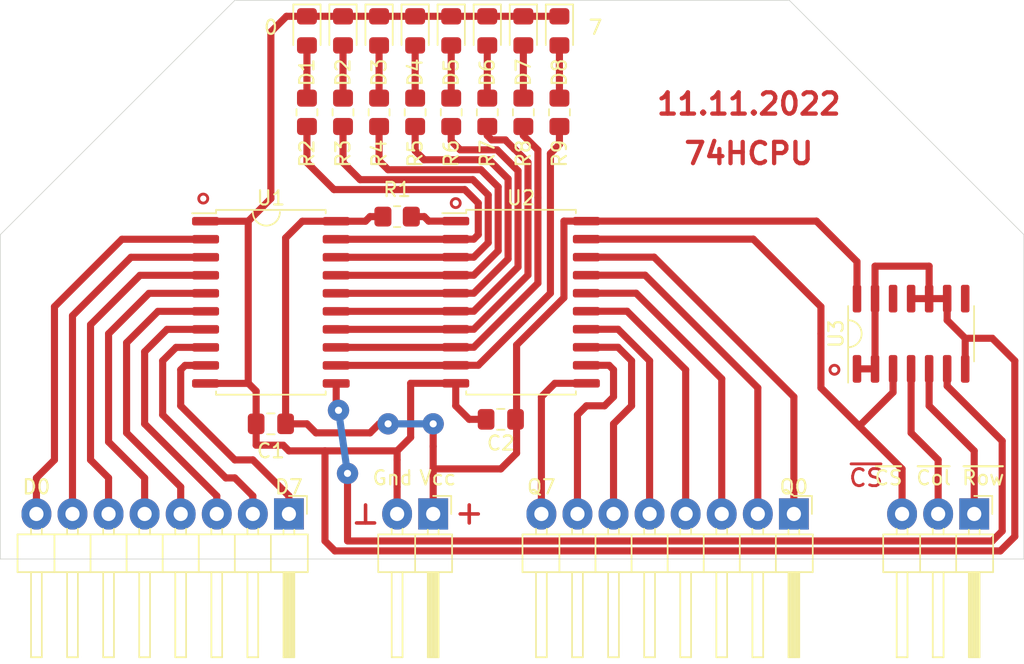
<source format=kicad_pcb>
(kicad_pcb (version 20171130) (host pcbnew "(5.1.8)-1")

  (general
    (thickness 1.6)
    (drawings 25)
    (tracks 256)
    (zones 0)
    (modules 26)
    (nets 42)
  )

  (page A4 portrait)
  (layers
    (0 F.Cu signal)
    (31 B.Cu signal)
    (32 B.Adhes user)
    (33 F.Adhes user)
    (34 B.Paste user)
    (35 F.Paste user)
    (36 B.SilkS user)
    (37 F.SilkS user)
    (38 B.Mask user)
    (39 F.Mask user)
    (40 Dwgs.User user)
    (41 Cmts.User user)
    (42 Eco1.User user)
    (43 Eco2.User user)
    (44 Edge.Cuts user)
    (45 Margin user)
    (46 B.CrtYd user)
    (47 F.CrtYd user)
    (48 B.Fab user)
    (49 F.Fab user)
  )

  (setup
    (last_trace_width 0.5)
    (user_trace_width 0.5)
    (user_trace_width 0.6)
    (trace_clearance 0.2)
    (zone_clearance 0.508)
    (zone_45_only no)
    (trace_min 0.2)
    (via_size 0.8)
    (via_drill 0.4)
    (via_min_size 0.4)
    (via_min_drill 0.3)
    (user_via 1.5 0.5)
    (uvia_size 0.3)
    (uvia_drill 0.1)
    (uvias_allowed no)
    (uvia_min_size 0.2)
    (uvia_min_drill 0.1)
    (edge_width 0.05)
    (segment_width 0.2)
    (pcb_text_width 0.3)
    (pcb_text_size 1.5 1.5)
    (mod_edge_width 0.12)
    (mod_text_size 1 1)
    (mod_text_width 0.15)
    (pad_size 1.524 1.524)
    (pad_drill 0.762)
    (pad_to_mask_clearance 0)
    (aux_axis_origin 0 0)
    (visible_elements 7FFFFFFF)
    (pcbplotparams
      (layerselection 0x010f0_ffffffff)
      (usegerberextensions false)
      (usegerberattributes true)
      (usegerberadvancedattributes true)
      (creategerberjobfile false)
      (excludeedgelayer true)
      (linewidth 0.100000)
      (plotframeref false)
      (viasonmask false)
      (mode 1)
      (useauxorigin false)
      (hpglpennumber 1)
      (hpglpenspeed 20)
      (hpglpendiameter 15.000000)
      (psnegative false)
      (psa4output false)
      (plotreference true)
      (plotvalue true)
      (plotinvisibletext false)
      (padsonsilk false)
      (subtractmaskfromsilk false)
      (outputformat 1)
      (mirror false)
      (drillshape 0)
      (scaleselection 1)
      (outputdirectory "gerber/"))
  )

  (net 0 "")
  (net 1 VCC)
  (net 2 GND)
  (net 3 /D7)
  (net 4 /D6)
  (net 5 /D5)
  (net 6 /D4)
  (net 7 /D3)
  (net 8 /D2)
  (net 9 /D1)
  (net 10 /D0)
  (net 11 /Q0)
  (net 12 /Q1)
  (net 13 /Q2)
  (net 14 /Q3)
  (net 15 /Q4)
  (net 16 /Q5)
  (net 17 /Q6)
  (net 18 /Q7)
  (net 19 "Net-(U1-Pad11)")
  (net 20 /~Row)
  (net 21 /~Col)
  (net 22 /~CS)
  (net 23 "Net-(D1-Pad2)")
  (net 24 "Net-(D2-Pad2)")
  (net 25 "Net-(D3-Pad2)")
  (net 26 "Net-(D4-Pad2)")
  (net 27 "Net-(D5-Pad2)")
  (net 28 "Net-(D6-Pad2)")
  (net 29 "Net-(D7-Pad2)")
  (net 30 "Net-(D8-Pad2)")
  (net 31 "Net-(R1-Pad1)")
  (net 32 /L0)
  (net 33 /L1)
  (net 34 /L2)
  (net 35 /L3)
  (net 36 /L4)
  (net 37 /L5)
  (net 38 /L6)
  (net 39 /L7)
  (net 40 "Net-(U3-Pad8)")
  (net 41 "Net-(U3-Pad12)")

  (net_class Default "This is the default net class."
    (clearance 0.2)
    (trace_width 0.25)
    (via_dia 0.8)
    (via_drill 0.4)
    (uvia_dia 0.3)
    (uvia_drill 0.1)
    (add_net /D0)
    (add_net /D1)
    (add_net /D2)
    (add_net /D3)
    (add_net /D4)
    (add_net /D5)
    (add_net /D6)
    (add_net /D7)
    (add_net /L0)
    (add_net /L1)
    (add_net /L2)
    (add_net /L3)
    (add_net /L4)
    (add_net /L5)
    (add_net /L6)
    (add_net /L7)
    (add_net /Q0)
    (add_net /Q1)
    (add_net /Q2)
    (add_net /Q3)
    (add_net /Q4)
    (add_net /Q5)
    (add_net /Q6)
    (add_net /Q7)
    (add_net /~CS)
    (add_net /~Col)
    (add_net /~Row)
    (add_net GND)
    (add_net "Net-(D1-Pad2)")
    (add_net "Net-(D2-Pad2)")
    (add_net "Net-(D3-Pad2)")
    (add_net "Net-(D4-Pad2)")
    (add_net "Net-(D5-Pad2)")
    (add_net "Net-(D6-Pad2)")
    (add_net "Net-(D7-Pad2)")
    (add_net "Net-(D8-Pad2)")
    (add_net "Net-(R1-Pad1)")
    (add_net "Net-(U1-Pad11)")
    (add_net "Net-(U3-Pad12)")
    (add_net "Net-(U3-Pad8)")
    (add_net VCC)
  )

  (module Capacitor_SMD:C_0805_2012Metric_Pad1.18x1.45mm_HandSolder (layer F.Cu) (tedit 5F68FEEF) (tstamp 636EB57C)
    (at 86.0425 46.6725 180)
    (descr "Capacitor SMD 0805 (2012 Metric), square (rectangular) end terminal, IPC_7351 nominal with elongated pad for handsoldering. (Body size source: IPC-SM-782 page 76, https://www.pcb-3d.com/wordpress/wp-content/uploads/ipc-sm-782a_amendment_1_and_2.pdf, https://docs.google.com/spreadsheets/d/1BsfQQcO9C6DZCsRaXUlFlo91Tg2WpOkGARC1WS5S8t0/edit?usp=sharing), generated with kicad-footprint-generator")
    (tags "capacitor handsolder")
    (path /636EBD1D)
    (attr smd)
    (fp_text reference C2 (at 0 -1.68) (layer F.SilkS)
      (effects (font (size 1 1) (thickness 0.15)))
    )
    (fp_text value 0.1uF (at 0 1.68) (layer F.Fab)
      (effects (font (size 1 1) (thickness 0.15)))
    )
    (fp_line (start 1.88 0.98) (end -1.88 0.98) (layer F.CrtYd) (width 0.05))
    (fp_line (start 1.88 -0.98) (end 1.88 0.98) (layer F.CrtYd) (width 0.05))
    (fp_line (start -1.88 -0.98) (end 1.88 -0.98) (layer F.CrtYd) (width 0.05))
    (fp_line (start -1.88 0.98) (end -1.88 -0.98) (layer F.CrtYd) (width 0.05))
    (fp_line (start -0.261252 0.735) (end 0.261252 0.735) (layer F.SilkS) (width 0.12))
    (fp_line (start -0.261252 -0.735) (end 0.261252 -0.735) (layer F.SilkS) (width 0.12))
    (fp_line (start 1 0.625) (end -1 0.625) (layer F.Fab) (width 0.1))
    (fp_line (start 1 -0.625) (end 1 0.625) (layer F.Fab) (width 0.1))
    (fp_line (start -1 -0.625) (end 1 -0.625) (layer F.Fab) (width 0.1))
    (fp_line (start -1 0.625) (end -1 -0.625) (layer F.Fab) (width 0.1))
    (fp_text user %R (at 0 0) (layer F.Fab)
      (effects (font (size 0.5 0.5) (thickness 0.08)))
    )
    (pad 2 smd roundrect (at 1.0375 0 180) (size 1.175 1.45) (layers F.Cu F.Paste F.Mask) (roundrect_rratio 0.2127659574468085)
      (net 2 GND))
    (pad 1 smd roundrect (at -1.0375 0 180) (size 1.175 1.45) (layers F.Cu F.Paste F.Mask) (roundrect_rratio 0.2127659574468085)
      (net 1 VCC))
    (model ${KISYS3DMOD}/Capacitor_SMD.3dshapes/C_0805_2012Metric.wrl
      (at (xyz 0 0 0))
      (scale (xyz 1 1 1))
      (rotate (xyz 0 0 0))
    )
  )

  (module Resistor_SMD:R_0805_2012Metric_Pad1.20x1.40mm_HandSolder (layer F.Cu) (tedit 5F68FEEE) (tstamp 63558288)
    (at 90.17 25.035 90)
    (descr "Resistor SMD 0805 (2012 Metric), square (rectangular) end terminal, IPC_7351 nominal with elongated pad for handsoldering. (Body size source: IPC-SM-782 page 72, https://www.pcb-3d.com/wordpress/wp-content/uploads/ipc-sm-782a_amendment_1_and_2.pdf), generated with kicad-footprint-generator")
    (tags "resistor handsolder")
    (path /6357BAE6)
    (attr smd)
    (fp_text reference R9 (at -2.905 0 90) (layer F.SilkS)
      (effects (font (size 1 1) (thickness 0.15)))
    )
    (fp_text value 1k (at 0 1.65 90) (layer F.Fab)
      (effects (font (size 1 1) (thickness 0.15)))
    )
    (fp_line (start -1 0.625) (end -1 -0.625) (layer F.Fab) (width 0.1))
    (fp_line (start -1 -0.625) (end 1 -0.625) (layer F.Fab) (width 0.1))
    (fp_line (start 1 -0.625) (end 1 0.625) (layer F.Fab) (width 0.1))
    (fp_line (start 1 0.625) (end -1 0.625) (layer F.Fab) (width 0.1))
    (fp_line (start -0.227064 -0.735) (end 0.227064 -0.735) (layer F.SilkS) (width 0.12))
    (fp_line (start -0.227064 0.735) (end 0.227064 0.735) (layer F.SilkS) (width 0.12))
    (fp_line (start -1.85 0.95) (end -1.85 -0.95) (layer F.CrtYd) (width 0.05))
    (fp_line (start -1.85 -0.95) (end 1.85 -0.95) (layer F.CrtYd) (width 0.05))
    (fp_line (start 1.85 -0.95) (end 1.85 0.95) (layer F.CrtYd) (width 0.05))
    (fp_line (start 1.85 0.95) (end -1.85 0.95) (layer F.CrtYd) (width 0.05))
    (fp_text user %R (at 0 0 90) (layer F.Fab)
      (effects (font (size 0.5 0.5) (thickness 0.08)))
    )
    (pad 2 smd roundrect (at 1 0 90) (size 1.2 1.4) (layers F.Cu F.Paste F.Mask) (roundrect_rratio 0.2083325)
      (net 30 "Net-(D8-Pad2)"))
    (pad 1 smd roundrect (at -1 0 90) (size 1.2 1.4) (layers F.Cu F.Paste F.Mask) (roundrect_rratio 0.2083325)
      (net 39 /L7))
    (model ${KISYS3DMOD}/Resistor_SMD.3dshapes/R_0805_2012Metric.wrl
      (at (xyz 0 0 0))
      (scale (xyz 1 1 1))
      (rotate (xyz 0 0 0))
    )
  )

  (module Resistor_SMD:R_0805_2012Metric_Pad1.20x1.40mm_HandSolder (layer F.Cu) (tedit 5F68FEEE) (tstamp 63558277)
    (at 87.63 25.035 90)
    (descr "Resistor SMD 0805 (2012 Metric), square (rectangular) end terminal, IPC_7351 nominal with elongated pad for handsoldering. (Body size source: IPC-SM-782 page 72, https://www.pcb-3d.com/wordpress/wp-content/uploads/ipc-sm-782a_amendment_1_and_2.pdf), generated with kicad-footprint-generator")
    (tags "resistor handsolder")
    (path /6357BAD4)
    (attr smd)
    (fp_text reference R8 (at -2.905 0 90) (layer F.SilkS)
      (effects (font (size 1 1) (thickness 0.15)))
    )
    (fp_text value 1k (at 0 1.65 90) (layer F.Fab)
      (effects (font (size 1 1) (thickness 0.15)))
    )
    (fp_line (start -1 0.625) (end -1 -0.625) (layer F.Fab) (width 0.1))
    (fp_line (start -1 -0.625) (end 1 -0.625) (layer F.Fab) (width 0.1))
    (fp_line (start 1 -0.625) (end 1 0.625) (layer F.Fab) (width 0.1))
    (fp_line (start 1 0.625) (end -1 0.625) (layer F.Fab) (width 0.1))
    (fp_line (start -0.227064 -0.735) (end 0.227064 -0.735) (layer F.SilkS) (width 0.12))
    (fp_line (start -0.227064 0.735) (end 0.227064 0.735) (layer F.SilkS) (width 0.12))
    (fp_line (start -1.85 0.95) (end -1.85 -0.95) (layer F.CrtYd) (width 0.05))
    (fp_line (start -1.85 -0.95) (end 1.85 -0.95) (layer F.CrtYd) (width 0.05))
    (fp_line (start 1.85 -0.95) (end 1.85 0.95) (layer F.CrtYd) (width 0.05))
    (fp_line (start 1.85 0.95) (end -1.85 0.95) (layer F.CrtYd) (width 0.05))
    (fp_text user %R (at 0 0 90) (layer F.Fab)
      (effects (font (size 0.5 0.5) (thickness 0.08)))
    )
    (pad 2 smd roundrect (at 1 0 90) (size 1.2 1.4) (layers F.Cu F.Paste F.Mask) (roundrect_rratio 0.2083325)
      (net 29 "Net-(D7-Pad2)"))
    (pad 1 smd roundrect (at -1 0 90) (size 1.2 1.4) (layers F.Cu F.Paste F.Mask) (roundrect_rratio 0.2083325)
      (net 38 /L6))
    (model ${KISYS3DMOD}/Resistor_SMD.3dshapes/R_0805_2012Metric.wrl
      (at (xyz 0 0 0))
      (scale (xyz 1 1 1))
      (rotate (xyz 0 0 0))
    )
  )

  (module Resistor_SMD:R_0805_2012Metric_Pad1.20x1.40mm_HandSolder (layer F.Cu) (tedit 5F68FEEE) (tstamp 63558266)
    (at 85.09 25.035 90)
    (descr "Resistor SMD 0805 (2012 Metric), square (rectangular) end terminal, IPC_7351 nominal with elongated pad for handsoldering. (Body size source: IPC-SM-782 page 72, https://www.pcb-3d.com/wordpress/wp-content/uploads/ipc-sm-782a_amendment_1_and_2.pdf), generated with kicad-footprint-generator")
    (tags "resistor handsolder")
    (path /6357BAC2)
    (attr smd)
    (fp_text reference R7 (at -2.905 0 90) (layer F.SilkS)
      (effects (font (size 1 1) (thickness 0.15)))
    )
    (fp_text value 1k (at 0 1.65 90) (layer F.Fab)
      (effects (font (size 1 1) (thickness 0.15)))
    )
    (fp_line (start -1 0.625) (end -1 -0.625) (layer F.Fab) (width 0.1))
    (fp_line (start -1 -0.625) (end 1 -0.625) (layer F.Fab) (width 0.1))
    (fp_line (start 1 -0.625) (end 1 0.625) (layer F.Fab) (width 0.1))
    (fp_line (start 1 0.625) (end -1 0.625) (layer F.Fab) (width 0.1))
    (fp_line (start -0.227064 -0.735) (end 0.227064 -0.735) (layer F.SilkS) (width 0.12))
    (fp_line (start -0.227064 0.735) (end 0.227064 0.735) (layer F.SilkS) (width 0.12))
    (fp_line (start -1.85 0.95) (end -1.85 -0.95) (layer F.CrtYd) (width 0.05))
    (fp_line (start -1.85 -0.95) (end 1.85 -0.95) (layer F.CrtYd) (width 0.05))
    (fp_line (start 1.85 -0.95) (end 1.85 0.95) (layer F.CrtYd) (width 0.05))
    (fp_line (start 1.85 0.95) (end -1.85 0.95) (layer F.CrtYd) (width 0.05))
    (fp_text user %R (at 0 0 90) (layer F.Fab)
      (effects (font (size 0.5 0.5) (thickness 0.08)))
    )
    (pad 2 smd roundrect (at 1 0 90) (size 1.2 1.4) (layers F.Cu F.Paste F.Mask) (roundrect_rratio 0.2083325)
      (net 28 "Net-(D6-Pad2)"))
    (pad 1 smd roundrect (at -1 0 90) (size 1.2 1.4) (layers F.Cu F.Paste F.Mask) (roundrect_rratio 0.2083325)
      (net 37 /L5))
    (model ${KISYS3DMOD}/Resistor_SMD.3dshapes/R_0805_2012Metric.wrl
      (at (xyz 0 0 0))
      (scale (xyz 1 1 1))
      (rotate (xyz 0 0 0))
    )
  )

  (module Resistor_SMD:R_0805_2012Metric_Pad1.20x1.40mm_HandSolder (layer F.Cu) (tedit 5F68FEEE) (tstamp 63558255)
    (at 82.55 25.035 90)
    (descr "Resistor SMD 0805 (2012 Metric), square (rectangular) end terminal, IPC_7351 nominal with elongated pad for handsoldering. (Body size source: IPC-SM-782 page 72, https://www.pcb-3d.com/wordpress/wp-content/uploads/ipc-sm-782a_amendment_1_and_2.pdf), generated with kicad-footprint-generator")
    (tags "resistor handsolder")
    (path /6357BAB0)
    (attr smd)
    (fp_text reference R6 (at -2.905 0 90) (layer F.SilkS)
      (effects (font (size 1 1) (thickness 0.15)))
    )
    (fp_text value 1k (at 0 1.65 90) (layer F.Fab)
      (effects (font (size 1 1) (thickness 0.15)))
    )
    (fp_line (start -1 0.625) (end -1 -0.625) (layer F.Fab) (width 0.1))
    (fp_line (start -1 -0.625) (end 1 -0.625) (layer F.Fab) (width 0.1))
    (fp_line (start 1 -0.625) (end 1 0.625) (layer F.Fab) (width 0.1))
    (fp_line (start 1 0.625) (end -1 0.625) (layer F.Fab) (width 0.1))
    (fp_line (start -0.227064 -0.735) (end 0.227064 -0.735) (layer F.SilkS) (width 0.12))
    (fp_line (start -0.227064 0.735) (end 0.227064 0.735) (layer F.SilkS) (width 0.12))
    (fp_line (start -1.85 0.95) (end -1.85 -0.95) (layer F.CrtYd) (width 0.05))
    (fp_line (start -1.85 -0.95) (end 1.85 -0.95) (layer F.CrtYd) (width 0.05))
    (fp_line (start 1.85 -0.95) (end 1.85 0.95) (layer F.CrtYd) (width 0.05))
    (fp_line (start 1.85 0.95) (end -1.85 0.95) (layer F.CrtYd) (width 0.05))
    (fp_text user %R (at 0 0 90) (layer F.Fab)
      (effects (font (size 0.5 0.5) (thickness 0.08)))
    )
    (pad 2 smd roundrect (at 1 0 90) (size 1.2 1.4) (layers F.Cu F.Paste F.Mask) (roundrect_rratio 0.2083325)
      (net 27 "Net-(D5-Pad2)"))
    (pad 1 smd roundrect (at -1 0 90) (size 1.2 1.4) (layers F.Cu F.Paste F.Mask) (roundrect_rratio 0.2083325)
      (net 36 /L4))
    (model ${KISYS3DMOD}/Resistor_SMD.3dshapes/R_0805_2012Metric.wrl
      (at (xyz 0 0 0))
      (scale (xyz 1 1 1))
      (rotate (xyz 0 0 0))
    )
  )

  (module Resistor_SMD:R_0805_2012Metric_Pad1.20x1.40mm_HandSolder (layer F.Cu) (tedit 5F68FEEE) (tstamp 63558244)
    (at 80.01 25.035 90)
    (descr "Resistor SMD 0805 (2012 Metric), square (rectangular) end terminal, IPC_7351 nominal with elongated pad for handsoldering. (Body size source: IPC-SM-782 page 72, https://www.pcb-3d.com/wordpress/wp-content/uploads/ipc-sm-782a_amendment_1_and_2.pdf), generated with kicad-footprint-generator")
    (tags "resistor handsolder")
    (path /63577066)
    (attr smd)
    (fp_text reference R5 (at -2.905 0 90) (layer F.SilkS)
      (effects (font (size 1 1) (thickness 0.15)))
    )
    (fp_text value 1k (at 0 1.65 90) (layer F.Fab)
      (effects (font (size 1 1) (thickness 0.15)))
    )
    (fp_line (start -1 0.625) (end -1 -0.625) (layer F.Fab) (width 0.1))
    (fp_line (start -1 -0.625) (end 1 -0.625) (layer F.Fab) (width 0.1))
    (fp_line (start 1 -0.625) (end 1 0.625) (layer F.Fab) (width 0.1))
    (fp_line (start 1 0.625) (end -1 0.625) (layer F.Fab) (width 0.1))
    (fp_line (start -0.227064 -0.735) (end 0.227064 -0.735) (layer F.SilkS) (width 0.12))
    (fp_line (start -0.227064 0.735) (end 0.227064 0.735) (layer F.SilkS) (width 0.12))
    (fp_line (start -1.85 0.95) (end -1.85 -0.95) (layer F.CrtYd) (width 0.05))
    (fp_line (start -1.85 -0.95) (end 1.85 -0.95) (layer F.CrtYd) (width 0.05))
    (fp_line (start 1.85 -0.95) (end 1.85 0.95) (layer F.CrtYd) (width 0.05))
    (fp_line (start 1.85 0.95) (end -1.85 0.95) (layer F.CrtYd) (width 0.05))
    (fp_text user %R (at 0 0 90) (layer F.Fab)
      (effects (font (size 0.5 0.5) (thickness 0.08)))
    )
    (pad 2 smd roundrect (at 1 0 90) (size 1.2 1.4) (layers F.Cu F.Paste F.Mask) (roundrect_rratio 0.2083325)
      (net 26 "Net-(D4-Pad2)"))
    (pad 1 smd roundrect (at -1 0 90) (size 1.2 1.4) (layers F.Cu F.Paste F.Mask) (roundrect_rratio 0.2083325)
      (net 35 /L3))
    (model ${KISYS3DMOD}/Resistor_SMD.3dshapes/R_0805_2012Metric.wrl
      (at (xyz 0 0 0))
      (scale (xyz 1 1 1))
      (rotate (xyz 0 0 0))
    )
  )

  (module Resistor_SMD:R_0805_2012Metric_Pad1.20x1.40mm_HandSolder (layer F.Cu) (tedit 5F68FEEE) (tstamp 63558233)
    (at 77.47 25.035 90)
    (descr "Resistor SMD 0805 (2012 Metric), square (rectangular) end terminal, IPC_7351 nominal with elongated pad for handsoldering. (Body size source: IPC-SM-782 page 72, https://www.pcb-3d.com/wordpress/wp-content/uploads/ipc-sm-782a_amendment_1_and_2.pdf), generated with kicad-footprint-generator")
    (tags "resistor handsolder")
    (path /635717BE)
    (attr smd)
    (fp_text reference R4 (at -2.905 0 90) (layer F.SilkS)
      (effects (font (size 1 1) (thickness 0.15)))
    )
    (fp_text value 1k (at 0 1.65 90) (layer F.Fab)
      (effects (font (size 1 1) (thickness 0.15)))
    )
    (fp_line (start -1 0.625) (end -1 -0.625) (layer F.Fab) (width 0.1))
    (fp_line (start -1 -0.625) (end 1 -0.625) (layer F.Fab) (width 0.1))
    (fp_line (start 1 -0.625) (end 1 0.625) (layer F.Fab) (width 0.1))
    (fp_line (start 1 0.625) (end -1 0.625) (layer F.Fab) (width 0.1))
    (fp_line (start -0.227064 -0.735) (end 0.227064 -0.735) (layer F.SilkS) (width 0.12))
    (fp_line (start -0.227064 0.735) (end 0.227064 0.735) (layer F.SilkS) (width 0.12))
    (fp_line (start -1.85 0.95) (end -1.85 -0.95) (layer F.CrtYd) (width 0.05))
    (fp_line (start -1.85 -0.95) (end 1.85 -0.95) (layer F.CrtYd) (width 0.05))
    (fp_line (start 1.85 -0.95) (end 1.85 0.95) (layer F.CrtYd) (width 0.05))
    (fp_line (start 1.85 0.95) (end -1.85 0.95) (layer F.CrtYd) (width 0.05))
    (fp_text user %R (at 0 0 90) (layer F.Fab)
      (effects (font (size 0.5 0.5) (thickness 0.08)))
    )
    (pad 2 smd roundrect (at 1 0 90) (size 1.2 1.4) (layers F.Cu F.Paste F.Mask) (roundrect_rratio 0.2083325)
      (net 25 "Net-(D3-Pad2)"))
    (pad 1 smd roundrect (at -1 0 90) (size 1.2 1.4) (layers F.Cu F.Paste F.Mask) (roundrect_rratio 0.2083325)
      (net 34 /L2))
    (model ${KISYS3DMOD}/Resistor_SMD.3dshapes/R_0805_2012Metric.wrl
      (at (xyz 0 0 0))
      (scale (xyz 1 1 1))
      (rotate (xyz 0 0 0))
    )
  )

  (module Resistor_SMD:R_0805_2012Metric_Pad1.20x1.40mm_HandSolder (layer F.Cu) (tedit 5F68FEEE) (tstamp 63558222)
    (at 74.93 25.035 90)
    (descr "Resistor SMD 0805 (2012 Metric), square (rectangular) end terminal, IPC_7351 nominal with elongated pad for handsoldering. (Body size source: IPC-SM-782 page 72, https://www.pcb-3d.com/wordpress/wp-content/uploads/ipc-sm-782a_amendment_1_and_2.pdf), generated with kicad-footprint-generator")
    (tags "resistor handsolder")
    (path /6357062C)
    (attr smd)
    (fp_text reference R3 (at -2.905 0 90) (layer F.SilkS)
      (effects (font (size 1 1) (thickness 0.15)))
    )
    (fp_text value 1k (at 0 1.65 90) (layer F.Fab)
      (effects (font (size 1 1) (thickness 0.15)))
    )
    (fp_line (start -1 0.625) (end -1 -0.625) (layer F.Fab) (width 0.1))
    (fp_line (start -1 -0.625) (end 1 -0.625) (layer F.Fab) (width 0.1))
    (fp_line (start 1 -0.625) (end 1 0.625) (layer F.Fab) (width 0.1))
    (fp_line (start 1 0.625) (end -1 0.625) (layer F.Fab) (width 0.1))
    (fp_line (start -0.227064 -0.735) (end 0.227064 -0.735) (layer F.SilkS) (width 0.12))
    (fp_line (start -0.227064 0.735) (end 0.227064 0.735) (layer F.SilkS) (width 0.12))
    (fp_line (start -1.85 0.95) (end -1.85 -0.95) (layer F.CrtYd) (width 0.05))
    (fp_line (start -1.85 -0.95) (end 1.85 -0.95) (layer F.CrtYd) (width 0.05))
    (fp_line (start 1.85 -0.95) (end 1.85 0.95) (layer F.CrtYd) (width 0.05))
    (fp_line (start 1.85 0.95) (end -1.85 0.95) (layer F.CrtYd) (width 0.05))
    (fp_text user %R (at 0 0 90) (layer F.Fab)
      (effects (font (size 0.5 0.5) (thickness 0.08)))
    )
    (pad 2 smd roundrect (at 1 0 90) (size 1.2 1.4) (layers F.Cu F.Paste F.Mask) (roundrect_rratio 0.2083325)
      (net 24 "Net-(D2-Pad2)"))
    (pad 1 smd roundrect (at -1 0 90) (size 1.2 1.4) (layers F.Cu F.Paste F.Mask) (roundrect_rratio 0.2083325)
      (net 33 /L1))
    (model ${KISYS3DMOD}/Resistor_SMD.3dshapes/R_0805_2012Metric.wrl
      (at (xyz 0 0 0))
      (scale (xyz 1 1 1))
      (rotate (xyz 0 0 0))
    )
  )

  (module Resistor_SMD:R_0805_2012Metric_Pad1.20x1.40mm_HandSolder (layer F.Cu) (tedit 5F68FEEE) (tstamp 63558211)
    (at 72.39 25.035 90)
    (descr "Resistor SMD 0805 (2012 Metric), square (rectangular) end terminal, IPC_7351 nominal with elongated pad for handsoldering. (Body size source: IPC-SM-782 page 72, https://www.pcb-3d.com/wordpress/wp-content/uploads/ipc-sm-782a_amendment_1_and_2.pdf), generated with kicad-footprint-generator")
    (tags "resistor handsolder")
    (path /6356A96D)
    (attr smd)
    (fp_text reference R2 (at -2.905 0 90) (layer F.SilkS)
      (effects (font (size 1 1) (thickness 0.15)))
    )
    (fp_text value 1k (at 0 1.65 90) (layer F.Fab)
      (effects (font (size 1 1) (thickness 0.15)))
    )
    (fp_line (start -1 0.625) (end -1 -0.625) (layer F.Fab) (width 0.1))
    (fp_line (start -1 -0.625) (end 1 -0.625) (layer F.Fab) (width 0.1))
    (fp_line (start 1 -0.625) (end 1 0.625) (layer F.Fab) (width 0.1))
    (fp_line (start 1 0.625) (end -1 0.625) (layer F.Fab) (width 0.1))
    (fp_line (start -0.227064 -0.735) (end 0.227064 -0.735) (layer F.SilkS) (width 0.12))
    (fp_line (start -0.227064 0.735) (end 0.227064 0.735) (layer F.SilkS) (width 0.12))
    (fp_line (start -1.85 0.95) (end -1.85 -0.95) (layer F.CrtYd) (width 0.05))
    (fp_line (start -1.85 -0.95) (end 1.85 -0.95) (layer F.CrtYd) (width 0.05))
    (fp_line (start 1.85 -0.95) (end 1.85 0.95) (layer F.CrtYd) (width 0.05))
    (fp_line (start 1.85 0.95) (end -1.85 0.95) (layer F.CrtYd) (width 0.05))
    (fp_text user %R (at 0 0 90) (layer F.Fab)
      (effects (font (size 0.5 0.5) (thickness 0.08)))
    )
    (pad 2 smd roundrect (at 1 0 90) (size 1.2 1.4) (layers F.Cu F.Paste F.Mask) (roundrect_rratio 0.2083325)
      (net 23 "Net-(D1-Pad2)"))
    (pad 1 smd roundrect (at -1 0 90) (size 1.2 1.4) (layers F.Cu F.Paste F.Mask) (roundrect_rratio 0.2083325)
      (net 32 /L0))
    (model ${KISYS3DMOD}/Resistor_SMD.3dshapes/R_0805_2012Metric.wrl
      (at (xyz 0 0 0))
      (scale (xyz 1 1 1))
      (rotate (xyz 0 0 0))
    )
  )

  (module Resistor_SMD:R_0805_2012Metric_Pad1.20x1.40mm_HandSolder (layer F.Cu) (tedit 5F68FEEE) (tstamp 63558200)
    (at 78.74 32.385 180)
    (descr "Resistor SMD 0805 (2012 Metric), square (rectangular) end terminal, IPC_7351 nominal with elongated pad for handsoldering. (Body size source: IPC-SM-782 page 72, https://www.pcb-3d.com/wordpress/wp-content/uploads/ipc-sm-782a_amendment_1_and_2.pdf), generated with kicad-footprint-generator")
    (tags "resistor handsolder")
    (path /635595B9)
    (attr smd)
    (fp_text reference R1 (at 0 1.905) (layer F.SilkS)
      (effects (font (size 1 1) (thickness 0.15)))
    )
    (fp_text value 10k (at 0 1.65) (layer F.Fab)
      (effects (font (size 1 1) (thickness 0.15)))
    )
    (fp_line (start -1 0.625) (end -1 -0.625) (layer F.Fab) (width 0.1))
    (fp_line (start -1 -0.625) (end 1 -0.625) (layer F.Fab) (width 0.1))
    (fp_line (start 1 -0.625) (end 1 0.625) (layer F.Fab) (width 0.1))
    (fp_line (start 1 0.625) (end -1 0.625) (layer F.Fab) (width 0.1))
    (fp_line (start -0.227064 -0.735) (end 0.227064 -0.735) (layer F.SilkS) (width 0.12))
    (fp_line (start -0.227064 0.735) (end 0.227064 0.735) (layer F.SilkS) (width 0.12))
    (fp_line (start -1.85 0.95) (end -1.85 -0.95) (layer F.CrtYd) (width 0.05))
    (fp_line (start -1.85 -0.95) (end 1.85 -0.95) (layer F.CrtYd) (width 0.05))
    (fp_line (start 1.85 -0.95) (end 1.85 0.95) (layer F.CrtYd) (width 0.05))
    (fp_line (start 1.85 0.95) (end -1.85 0.95) (layer F.CrtYd) (width 0.05))
    (fp_text user %R (at 0 0) (layer F.Fab)
      (effects (font (size 0.5 0.5) (thickness 0.08)))
    )
    (pad 2 smd roundrect (at 1 0 180) (size 1.2 1.4) (layers F.Cu F.Paste F.Mask) (roundrect_rratio 0.2083325)
      (net 1 VCC))
    (pad 1 smd roundrect (at -1 0 180) (size 1.2 1.4) (layers F.Cu F.Paste F.Mask) (roundrect_rratio 0.2083325)
      (net 31 "Net-(R1-Pad1)"))
    (model ${KISYS3DMOD}/Resistor_SMD.3dshapes/R_0805_2012Metric.wrl
      (at (xyz 0 0 0))
      (scale (xyz 1 1 1))
      (rotate (xyz 0 0 0))
    )
  )

  (module LED_SMD:LED_0805_2012Metric_Pad1.15x1.40mm_HandSolder (layer F.Cu) (tedit 5F68FEF1) (tstamp 63557F0D)
    (at 90.17 19.295 270)
    (descr "LED SMD 0805 (2012 Metric), square (rectangular) end terminal, IPC_7351 nominal, (Body size source: https://docs.google.com/spreadsheets/d/1BsfQQcO9C6DZCsRaXUlFlo91Tg2WpOkGARC1WS5S8t0/edit?usp=sharing), generated with kicad-footprint-generator")
    (tags "LED handsolder")
    (path /6357BAEC)
    (attr smd)
    (fp_text reference D8 (at 2.93 0 90) (layer F.SilkS)
      (effects (font (size 1 1) (thickness 0.15)))
    )
    (fp_text value LED (at 0 1.65 90) (layer F.Fab)
      (effects (font (size 1 1) (thickness 0.15)))
    )
    (fp_line (start 1 -0.6) (end -0.7 -0.6) (layer F.Fab) (width 0.1))
    (fp_line (start -0.7 -0.6) (end -1 -0.3) (layer F.Fab) (width 0.1))
    (fp_line (start -1 -0.3) (end -1 0.6) (layer F.Fab) (width 0.1))
    (fp_line (start -1 0.6) (end 1 0.6) (layer F.Fab) (width 0.1))
    (fp_line (start 1 0.6) (end 1 -0.6) (layer F.Fab) (width 0.1))
    (fp_line (start 1 -0.96) (end -1.86 -0.96) (layer F.SilkS) (width 0.12))
    (fp_line (start -1.86 -0.96) (end -1.86 0.96) (layer F.SilkS) (width 0.12))
    (fp_line (start -1.86 0.96) (end 1 0.96) (layer F.SilkS) (width 0.12))
    (fp_line (start -1.85 0.95) (end -1.85 -0.95) (layer F.CrtYd) (width 0.05))
    (fp_line (start -1.85 -0.95) (end 1.85 -0.95) (layer F.CrtYd) (width 0.05))
    (fp_line (start 1.85 -0.95) (end 1.85 0.95) (layer F.CrtYd) (width 0.05))
    (fp_line (start 1.85 0.95) (end -1.85 0.95) (layer F.CrtYd) (width 0.05))
    (fp_text user %R (at 0 0 90) (layer F.Fab)
      (effects (font (size 0.5 0.5) (thickness 0.08)))
    )
    (pad 2 smd roundrect (at 1.025 0 270) (size 1.15 1.4) (layers F.Cu F.Paste F.Mask) (roundrect_rratio 0.2173904347826087)
      (net 30 "Net-(D8-Pad2)"))
    (pad 1 smd roundrect (at -1.025 0 270) (size 1.15 1.4) (layers F.Cu F.Paste F.Mask) (roundrect_rratio 0.2173904347826087)
      (net 2 GND))
    (model ${KISYS3DMOD}/LED_SMD.3dshapes/LED_0805_2012Metric.wrl
      (at (xyz 0 0 0))
      (scale (xyz 1 1 1))
      (rotate (xyz 0 0 0))
    )
  )

  (module LED_SMD:LED_0805_2012Metric_Pad1.15x1.40mm_HandSolder (layer F.Cu) (tedit 5F68FEF1) (tstamp 63557EFA)
    (at 87.63 19.295 270)
    (descr "LED SMD 0805 (2012 Metric), square (rectangular) end terminal, IPC_7351 nominal, (Body size source: https://docs.google.com/spreadsheets/d/1BsfQQcO9C6DZCsRaXUlFlo91Tg2WpOkGARC1WS5S8t0/edit?usp=sharing), generated with kicad-footprint-generator")
    (tags "LED handsolder")
    (path /6357BADA)
    (attr smd)
    (fp_text reference D7 (at 2.93 0 90) (layer F.SilkS)
      (effects (font (size 1 1) (thickness 0.15)))
    )
    (fp_text value LED (at 0 1.65 90) (layer F.Fab)
      (effects (font (size 1 1) (thickness 0.15)))
    )
    (fp_line (start 1 -0.6) (end -0.7 -0.6) (layer F.Fab) (width 0.1))
    (fp_line (start -0.7 -0.6) (end -1 -0.3) (layer F.Fab) (width 0.1))
    (fp_line (start -1 -0.3) (end -1 0.6) (layer F.Fab) (width 0.1))
    (fp_line (start -1 0.6) (end 1 0.6) (layer F.Fab) (width 0.1))
    (fp_line (start 1 0.6) (end 1 -0.6) (layer F.Fab) (width 0.1))
    (fp_line (start 1 -0.96) (end -1.86 -0.96) (layer F.SilkS) (width 0.12))
    (fp_line (start -1.86 -0.96) (end -1.86 0.96) (layer F.SilkS) (width 0.12))
    (fp_line (start -1.86 0.96) (end 1 0.96) (layer F.SilkS) (width 0.12))
    (fp_line (start -1.85 0.95) (end -1.85 -0.95) (layer F.CrtYd) (width 0.05))
    (fp_line (start -1.85 -0.95) (end 1.85 -0.95) (layer F.CrtYd) (width 0.05))
    (fp_line (start 1.85 -0.95) (end 1.85 0.95) (layer F.CrtYd) (width 0.05))
    (fp_line (start 1.85 0.95) (end -1.85 0.95) (layer F.CrtYd) (width 0.05))
    (fp_text user %R (at 0 0 90) (layer F.Fab)
      (effects (font (size 0.5 0.5) (thickness 0.08)))
    )
    (pad 2 smd roundrect (at 1.025 0 270) (size 1.15 1.4) (layers F.Cu F.Paste F.Mask) (roundrect_rratio 0.2173904347826087)
      (net 29 "Net-(D7-Pad2)"))
    (pad 1 smd roundrect (at -1.025 0 270) (size 1.15 1.4) (layers F.Cu F.Paste F.Mask) (roundrect_rratio 0.2173904347826087)
      (net 2 GND))
    (model ${KISYS3DMOD}/LED_SMD.3dshapes/LED_0805_2012Metric.wrl
      (at (xyz 0 0 0))
      (scale (xyz 1 1 1))
      (rotate (xyz 0 0 0))
    )
  )

  (module LED_SMD:LED_0805_2012Metric_Pad1.15x1.40mm_HandSolder (layer F.Cu) (tedit 5F68FEF1) (tstamp 63557EE7)
    (at 85.09 19.295 270)
    (descr "LED SMD 0805 (2012 Metric), square (rectangular) end terminal, IPC_7351 nominal, (Body size source: https://docs.google.com/spreadsheets/d/1BsfQQcO9C6DZCsRaXUlFlo91Tg2WpOkGARC1WS5S8t0/edit?usp=sharing), generated with kicad-footprint-generator")
    (tags "LED handsolder")
    (path /6357BAC8)
    (attr smd)
    (fp_text reference D6 (at 2.93 0 90) (layer F.SilkS)
      (effects (font (size 1 1) (thickness 0.15)))
    )
    (fp_text value LED (at 0 1.65 90) (layer F.Fab)
      (effects (font (size 1 1) (thickness 0.15)))
    )
    (fp_line (start 1 -0.6) (end -0.7 -0.6) (layer F.Fab) (width 0.1))
    (fp_line (start -0.7 -0.6) (end -1 -0.3) (layer F.Fab) (width 0.1))
    (fp_line (start -1 -0.3) (end -1 0.6) (layer F.Fab) (width 0.1))
    (fp_line (start -1 0.6) (end 1 0.6) (layer F.Fab) (width 0.1))
    (fp_line (start 1 0.6) (end 1 -0.6) (layer F.Fab) (width 0.1))
    (fp_line (start 1 -0.96) (end -1.86 -0.96) (layer F.SilkS) (width 0.12))
    (fp_line (start -1.86 -0.96) (end -1.86 0.96) (layer F.SilkS) (width 0.12))
    (fp_line (start -1.86 0.96) (end 1 0.96) (layer F.SilkS) (width 0.12))
    (fp_line (start -1.85 0.95) (end -1.85 -0.95) (layer F.CrtYd) (width 0.05))
    (fp_line (start -1.85 -0.95) (end 1.85 -0.95) (layer F.CrtYd) (width 0.05))
    (fp_line (start 1.85 -0.95) (end 1.85 0.95) (layer F.CrtYd) (width 0.05))
    (fp_line (start 1.85 0.95) (end -1.85 0.95) (layer F.CrtYd) (width 0.05))
    (fp_text user %R (at 0 0 90) (layer F.Fab)
      (effects (font (size 0.5 0.5) (thickness 0.08)))
    )
    (pad 2 smd roundrect (at 1.025 0 270) (size 1.15 1.4) (layers F.Cu F.Paste F.Mask) (roundrect_rratio 0.2173904347826087)
      (net 28 "Net-(D6-Pad2)"))
    (pad 1 smd roundrect (at -1.025 0 270) (size 1.15 1.4) (layers F.Cu F.Paste F.Mask) (roundrect_rratio 0.2173904347826087)
      (net 2 GND))
    (model ${KISYS3DMOD}/LED_SMD.3dshapes/LED_0805_2012Metric.wrl
      (at (xyz 0 0 0))
      (scale (xyz 1 1 1))
      (rotate (xyz 0 0 0))
    )
  )

  (module LED_SMD:LED_0805_2012Metric_Pad1.15x1.40mm_HandSolder (layer F.Cu) (tedit 5F68FEF1) (tstamp 63557ED4)
    (at 82.55 19.295 270)
    (descr "LED SMD 0805 (2012 Metric), square (rectangular) end terminal, IPC_7351 nominal, (Body size source: https://docs.google.com/spreadsheets/d/1BsfQQcO9C6DZCsRaXUlFlo91Tg2WpOkGARC1WS5S8t0/edit?usp=sharing), generated with kicad-footprint-generator")
    (tags "LED handsolder")
    (path /6357BAB6)
    (attr smd)
    (fp_text reference D5 (at 2.93 0 90) (layer F.SilkS)
      (effects (font (size 1 1) (thickness 0.15)))
    )
    (fp_text value LED (at 0 1.65 90) (layer F.Fab)
      (effects (font (size 1 1) (thickness 0.15)))
    )
    (fp_line (start 1 -0.6) (end -0.7 -0.6) (layer F.Fab) (width 0.1))
    (fp_line (start -0.7 -0.6) (end -1 -0.3) (layer F.Fab) (width 0.1))
    (fp_line (start -1 -0.3) (end -1 0.6) (layer F.Fab) (width 0.1))
    (fp_line (start -1 0.6) (end 1 0.6) (layer F.Fab) (width 0.1))
    (fp_line (start 1 0.6) (end 1 -0.6) (layer F.Fab) (width 0.1))
    (fp_line (start 1 -0.96) (end -1.86 -0.96) (layer F.SilkS) (width 0.12))
    (fp_line (start -1.86 -0.96) (end -1.86 0.96) (layer F.SilkS) (width 0.12))
    (fp_line (start -1.86 0.96) (end 1 0.96) (layer F.SilkS) (width 0.12))
    (fp_line (start -1.85 0.95) (end -1.85 -0.95) (layer F.CrtYd) (width 0.05))
    (fp_line (start -1.85 -0.95) (end 1.85 -0.95) (layer F.CrtYd) (width 0.05))
    (fp_line (start 1.85 -0.95) (end 1.85 0.95) (layer F.CrtYd) (width 0.05))
    (fp_line (start 1.85 0.95) (end -1.85 0.95) (layer F.CrtYd) (width 0.05))
    (fp_text user %R (at 0 0 90) (layer F.Fab)
      (effects (font (size 0.5 0.5) (thickness 0.08)))
    )
    (pad 2 smd roundrect (at 1.025 0 270) (size 1.15 1.4) (layers F.Cu F.Paste F.Mask) (roundrect_rratio 0.2173904347826087)
      (net 27 "Net-(D5-Pad2)"))
    (pad 1 smd roundrect (at -1.025 0 270) (size 1.15 1.4) (layers F.Cu F.Paste F.Mask) (roundrect_rratio 0.2173904347826087)
      (net 2 GND))
    (model ${KISYS3DMOD}/LED_SMD.3dshapes/LED_0805_2012Metric.wrl
      (at (xyz 0 0 0))
      (scale (xyz 1 1 1))
      (rotate (xyz 0 0 0))
    )
  )

  (module LED_SMD:LED_0805_2012Metric_Pad1.15x1.40mm_HandSolder (layer F.Cu) (tedit 5F68FEF1) (tstamp 63557EC1)
    (at 80.01 19.295 270)
    (descr "LED SMD 0805 (2012 Metric), square (rectangular) end terminal, IPC_7351 nominal, (Body size source: https://docs.google.com/spreadsheets/d/1BsfQQcO9C6DZCsRaXUlFlo91Tg2WpOkGARC1WS5S8t0/edit?usp=sharing), generated with kicad-footprint-generator")
    (tags "LED handsolder")
    (path /6357706C)
    (attr smd)
    (fp_text reference D4 (at 2.93 0 90) (layer F.SilkS)
      (effects (font (size 1 1) (thickness 0.15)))
    )
    (fp_text value LED (at 0 1.65 90) (layer F.Fab)
      (effects (font (size 1 1) (thickness 0.15)))
    )
    (fp_line (start 1 -0.6) (end -0.7 -0.6) (layer F.Fab) (width 0.1))
    (fp_line (start -0.7 -0.6) (end -1 -0.3) (layer F.Fab) (width 0.1))
    (fp_line (start -1 -0.3) (end -1 0.6) (layer F.Fab) (width 0.1))
    (fp_line (start -1 0.6) (end 1 0.6) (layer F.Fab) (width 0.1))
    (fp_line (start 1 0.6) (end 1 -0.6) (layer F.Fab) (width 0.1))
    (fp_line (start 1 -0.96) (end -1.86 -0.96) (layer F.SilkS) (width 0.12))
    (fp_line (start -1.86 -0.96) (end -1.86 0.96) (layer F.SilkS) (width 0.12))
    (fp_line (start -1.86 0.96) (end 1 0.96) (layer F.SilkS) (width 0.12))
    (fp_line (start -1.85 0.95) (end -1.85 -0.95) (layer F.CrtYd) (width 0.05))
    (fp_line (start -1.85 -0.95) (end 1.85 -0.95) (layer F.CrtYd) (width 0.05))
    (fp_line (start 1.85 -0.95) (end 1.85 0.95) (layer F.CrtYd) (width 0.05))
    (fp_line (start 1.85 0.95) (end -1.85 0.95) (layer F.CrtYd) (width 0.05))
    (fp_text user %R (at 0 0 90) (layer F.Fab)
      (effects (font (size 0.5 0.5) (thickness 0.08)))
    )
    (pad 2 smd roundrect (at 1.025 0 270) (size 1.15 1.4) (layers F.Cu F.Paste F.Mask) (roundrect_rratio 0.2173904347826087)
      (net 26 "Net-(D4-Pad2)"))
    (pad 1 smd roundrect (at -1.025 0 270) (size 1.15 1.4) (layers F.Cu F.Paste F.Mask) (roundrect_rratio 0.2173904347826087)
      (net 2 GND))
    (model ${KISYS3DMOD}/LED_SMD.3dshapes/LED_0805_2012Metric.wrl
      (at (xyz 0 0 0))
      (scale (xyz 1 1 1))
      (rotate (xyz 0 0 0))
    )
  )

  (module LED_SMD:LED_0805_2012Metric_Pad1.15x1.40mm_HandSolder (layer F.Cu) (tedit 5F68FEF1) (tstamp 63557EAE)
    (at 77.47 19.295 270)
    (descr "LED SMD 0805 (2012 Metric), square (rectangular) end terminal, IPC_7351 nominal, (Body size source: https://docs.google.com/spreadsheets/d/1BsfQQcO9C6DZCsRaXUlFlo91Tg2WpOkGARC1WS5S8t0/edit?usp=sharing), generated with kicad-footprint-generator")
    (tags "LED handsolder")
    (path /635717C4)
    (attr smd)
    (fp_text reference D3 (at 2.93 0 90) (layer F.SilkS)
      (effects (font (size 1 1) (thickness 0.15)))
    )
    (fp_text value LED (at 0 1.65 90) (layer F.Fab)
      (effects (font (size 1 1) (thickness 0.15)))
    )
    (fp_line (start 1 -0.6) (end -0.7 -0.6) (layer F.Fab) (width 0.1))
    (fp_line (start -0.7 -0.6) (end -1 -0.3) (layer F.Fab) (width 0.1))
    (fp_line (start -1 -0.3) (end -1 0.6) (layer F.Fab) (width 0.1))
    (fp_line (start -1 0.6) (end 1 0.6) (layer F.Fab) (width 0.1))
    (fp_line (start 1 0.6) (end 1 -0.6) (layer F.Fab) (width 0.1))
    (fp_line (start 1 -0.96) (end -1.86 -0.96) (layer F.SilkS) (width 0.12))
    (fp_line (start -1.86 -0.96) (end -1.86 0.96) (layer F.SilkS) (width 0.12))
    (fp_line (start -1.86 0.96) (end 1 0.96) (layer F.SilkS) (width 0.12))
    (fp_line (start -1.85 0.95) (end -1.85 -0.95) (layer F.CrtYd) (width 0.05))
    (fp_line (start -1.85 -0.95) (end 1.85 -0.95) (layer F.CrtYd) (width 0.05))
    (fp_line (start 1.85 -0.95) (end 1.85 0.95) (layer F.CrtYd) (width 0.05))
    (fp_line (start 1.85 0.95) (end -1.85 0.95) (layer F.CrtYd) (width 0.05))
    (fp_text user %R (at 0 0 90) (layer F.Fab)
      (effects (font (size 0.5 0.5) (thickness 0.08)))
    )
    (pad 2 smd roundrect (at 1.025 0 270) (size 1.15 1.4) (layers F.Cu F.Paste F.Mask) (roundrect_rratio 0.2173904347826087)
      (net 25 "Net-(D3-Pad2)"))
    (pad 1 smd roundrect (at -1.025 0 270) (size 1.15 1.4) (layers F.Cu F.Paste F.Mask) (roundrect_rratio 0.2173904347826087)
      (net 2 GND))
    (model ${KISYS3DMOD}/LED_SMD.3dshapes/LED_0805_2012Metric.wrl
      (at (xyz 0 0 0))
      (scale (xyz 1 1 1))
      (rotate (xyz 0 0 0))
    )
  )

  (module LED_SMD:LED_0805_2012Metric_Pad1.15x1.40mm_HandSolder (layer F.Cu) (tedit 5F68FEF1) (tstamp 63557E9B)
    (at 74.93 19.295 270)
    (descr "LED SMD 0805 (2012 Metric), square (rectangular) end terminal, IPC_7351 nominal, (Body size source: https://docs.google.com/spreadsheets/d/1BsfQQcO9C6DZCsRaXUlFlo91Tg2WpOkGARC1WS5S8t0/edit?usp=sharing), generated with kicad-footprint-generator")
    (tags "LED handsolder")
    (path /63570632)
    (attr smd)
    (fp_text reference D2 (at 2.93 0 90) (layer F.SilkS)
      (effects (font (size 1 1) (thickness 0.15)))
    )
    (fp_text value LED (at 0 1.65 90) (layer F.Fab)
      (effects (font (size 1 1) (thickness 0.15)))
    )
    (fp_line (start 1 -0.6) (end -0.7 -0.6) (layer F.Fab) (width 0.1))
    (fp_line (start -0.7 -0.6) (end -1 -0.3) (layer F.Fab) (width 0.1))
    (fp_line (start -1 -0.3) (end -1 0.6) (layer F.Fab) (width 0.1))
    (fp_line (start -1 0.6) (end 1 0.6) (layer F.Fab) (width 0.1))
    (fp_line (start 1 0.6) (end 1 -0.6) (layer F.Fab) (width 0.1))
    (fp_line (start 1 -0.96) (end -1.86 -0.96) (layer F.SilkS) (width 0.12))
    (fp_line (start -1.86 -0.96) (end -1.86 0.96) (layer F.SilkS) (width 0.12))
    (fp_line (start -1.86 0.96) (end 1 0.96) (layer F.SilkS) (width 0.12))
    (fp_line (start -1.85 0.95) (end -1.85 -0.95) (layer F.CrtYd) (width 0.05))
    (fp_line (start -1.85 -0.95) (end 1.85 -0.95) (layer F.CrtYd) (width 0.05))
    (fp_line (start 1.85 -0.95) (end 1.85 0.95) (layer F.CrtYd) (width 0.05))
    (fp_line (start 1.85 0.95) (end -1.85 0.95) (layer F.CrtYd) (width 0.05))
    (fp_text user %R (at 0 0 90) (layer F.Fab)
      (effects (font (size 0.5 0.5) (thickness 0.08)))
    )
    (pad 2 smd roundrect (at 1.025 0 270) (size 1.15 1.4) (layers F.Cu F.Paste F.Mask) (roundrect_rratio 0.2173904347826087)
      (net 24 "Net-(D2-Pad2)"))
    (pad 1 smd roundrect (at -1.025 0 270) (size 1.15 1.4) (layers F.Cu F.Paste F.Mask) (roundrect_rratio 0.2173904347826087)
      (net 2 GND))
    (model ${KISYS3DMOD}/LED_SMD.3dshapes/LED_0805_2012Metric.wrl
      (at (xyz 0 0 0))
      (scale (xyz 1 1 1))
      (rotate (xyz 0 0 0))
    )
  )

  (module LED_SMD:LED_0805_2012Metric_Pad1.15x1.40mm_HandSolder (layer F.Cu) (tedit 5F68FEF1) (tstamp 63557E88)
    (at 72.39 19.295 270)
    (descr "LED SMD 0805 (2012 Metric), square (rectangular) end terminal, IPC_7351 nominal, (Body size source: https://docs.google.com/spreadsheets/d/1BsfQQcO9C6DZCsRaXUlFlo91Tg2WpOkGARC1WS5S8t0/edit?usp=sharing), generated with kicad-footprint-generator")
    (tags "LED handsolder")
    (path /6356B1AB)
    (attr smd)
    (fp_text reference D1 (at 2.93 0 90) (layer F.SilkS)
      (effects (font (size 1 1) (thickness 0.15)))
    )
    (fp_text value LED (at 0 1.65 90) (layer F.Fab)
      (effects (font (size 1 1) (thickness 0.15)))
    )
    (fp_line (start 1 -0.6) (end -0.7 -0.6) (layer F.Fab) (width 0.1))
    (fp_line (start -0.7 -0.6) (end -1 -0.3) (layer F.Fab) (width 0.1))
    (fp_line (start -1 -0.3) (end -1 0.6) (layer F.Fab) (width 0.1))
    (fp_line (start -1 0.6) (end 1 0.6) (layer F.Fab) (width 0.1))
    (fp_line (start 1 0.6) (end 1 -0.6) (layer F.Fab) (width 0.1))
    (fp_line (start 1 -0.96) (end -1.86 -0.96) (layer F.SilkS) (width 0.12))
    (fp_line (start -1.86 -0.96) (end -1.86 0.96) (layer F.SilkS) (width 0.12))
    (fp_line (start -1.86 0.96) (end 1 0.96) (layer F.SilkS) (width 0.12))
    (fp_line (start -1.85 0.95) (end -1.85 -0.95) (layer F.CrtYd) (width 0.05))
    (fp_line (start -1.85 -0.95) (end 1.85 -0.95) (layer F.CrtYd) (width 0.05))
    (fp_line (start 1.85 -0.95) (end 1.85 0.95) (layer F.CrtYd) (width 0.05))
    (fp_line (start 1.85 0.95) (end -1.85 0.95) (layer F.CrtYd) (width 0.05))
    (fp_text user %R (at 0 0 90) (layer F.Fab)
      (effects (font (size 0.5 0.5) (thickness 0.08)))
    )
    (pad 2 smd roundrect (at 1.025 0 270) (size 1.15 1.4) (layers F.Cu F.Paste F.Mask) (roundrect_rratio 0.2173904347826087)
      (net 23 "Net-(D1-Pad2)"))
    (pad 1 smd roundrect (at -1.025 0 270) (size 1.15 1.4) (layers F.Cu F.Paste F.Mask) (roundrect_rratio 0.2173904347826087)
      (net 2 GND))
    (model ${KISYS3DMOD}/LED_SMD.3dshapes/LED_0805_2012Metric.wrl
      (at (xyz 0 0 0))
      (scale (xyz 1 1 1))
      (rotate (xyz 0 0 0))
    )
  )

  (module Capacitor_SMD:C_0805_2012Metric_Pad1.18x1.45mm_HandSolder (layer F.Cu) (tedit 5F68FEEF) (tstamp 628D51CF)
    (at 69.85 46.99 180)
    (descr "Capacitor SMD 0805 (2012 Metric), square (rectangular) end terminal, IPC_7351 nominal with elongated pad for handsoldering. (Body size source: IPC-SM-782 page 76, https://www.pcb-3d.com/wordpress/wp-content/uploads/ipc-sm-782a_amendment_1_and_2.pdf, https://docs.google.com/spreadsheets/d/1BsfQQcO9C6DZCsRaXUlFlo91Tg2WpOkGARC1WS5S8t0/edit?usp=sharing), generated with kicad-footprint-generator")
    (tags "capacitor handsolder")
    (path /628F1683)
    (attr smd)
    (fp_text reference C1 (at 0 -1.905) (layer F.SilkS)
      (effects (font (size 1 1) (thickness 0.15)))
    )
    (fp_text value 0.1uF (at 0 1.68) (layer F.Fab)
      (effects (font (size 1 1) (thickness 0.15)))
    )
    (fp_line (start 1.88 0.98) (end -1.88 0.98) (layer F.CrtYd) (width 0.05))
    (fp_line (start 1.88 -0.98) (end 1.88 0.98) (layer F.CrtYd) (width 0.05))
    (fp_line (start -1.88 -0.98) (end 1.88 -0.98) (layer F.CrtYd) (width 0.05))
    (fp_line (start -1.88 0.98) (end -1.88 -0.98) (layer F.CrtYd) (width 0.05))
    (fp_line (start -0.261252 0.735) (end 0.261252 0.735) (layer F.SilkS) (width 0.12))
    (fp_line (start -0.261252 -0.735) (end 0.261252 -0.735) (layer F.SilkS) (width 0.12))
    (fp_line (start 1 0.625) (end -1 0.625) (layer F.Fab) (width 0.1))
    (fp_line (start 1 -0.625) (end 1 0.625) (layer F.Fab) (width 0.1))
    (fp_line (start -1 -0.625) (end 1 -0.625) (layer F.Fab) (width 0.1))
    (fp_line (start -1 0.625) (end -1 -0.625) (layer F.Fab) (width 0.1))
    (fp_text user %R (at 0 0) (layer F.Fab)
      (effects (font (size 0.5 0.5) (thickness 0.08)))
    )
    (pad 1 smd roundrect (at -1.0375 0 180) (size 1.175 1.45) (layers F.Cu F.Paste F.Mask) (roundrect_rratio 0.2127659574468085)
      (net 1 VCC))
    (pad 2 smd roundrect (at 1.0375 0 180) (size 1.175 1.45) (layers F.Cu F.Paste F.Mask) (roundrect_rratio 0.2127659574468085)
      (net 2 GND))
    (model ${KISYS3DMOD}/Capacitor_SMD.3dshapes/C_0805_2012Metric.wrl
      (at (xyz 0 0 0))
      (scale (xyz 1 1 1))
      (rotate (xyz 0 0 0))
    )
  )

  (module Connector_PinHeader_2.54mm:PinHeader_1x08_P2.54mm_Horizontal (layer F.Cu) (tedit 59FED5CB) (tstamp 628D5250)
    (at 71.12 53.34 270)
    (descr "Through hole angled pin header, 1x08, 2.54mm pitch, 6mm pin length, single row")
    (tags "Through hole angled pin header THT 1x08 2.54mm single row")
    (path /628F385A)
    (fp_text reference J1 (at 0 -2.54 90) (layer F.SilkS) hide
      (effects (font (size 1 1) (thickness 0.15)))
    )
    (fp_text value Conn_01x08_Male (at 1.905 9.525 180) (layer F.Fab)
      (effects (font (size 1 1) (thickness 0.15)))
    )
    (fp_line (start 10.55 -1.8) (end -1.8 -1.8) (layer F.CrtYd) (width 0.05))
    (fp_line (start 10.55 19.55) (end 10.55 -1.8) (layer F.CrtYd) (width 0.05))
    (fp_line (start -1.8 19.55) (end 10.55 19.55) (layer F.CrtYd) (width 0.05))
    (fp_line (start -1.8 -1.8) (end -1.8 19.55) (layer F.CrtYd) (width 0.05))
    (fp_line (start -1.27 -1.27) (end 0 -1.27) (layer F.SilkS) (width 0.12))
    (fp_line (start -1.27 0) (end -1.27 -1.27) (layer F.SilkS) (width 0.12))
    (fp_line (start 1.042929 18.16) (end 1.44 18.16) (layer F.SilkS) (width 0.12))
    (fp_line (start 1.042929 17.4) (end 1.44 17.4) (layer F.SilkS) (width 0.12))
    (fp_line (start 10.1 18.16) (end 4.1 18.16) (layer F.SilkS) (width 0.12))
    (fp_line (start 10.1 17.4) (end 10.1 18.16) (layer F.SilkS) (width 0.12))
    (fp_line (start 4.1 17.4) (end 10.1 17.4) (layer F.SilkS) (width 0.12))
    (fp_line (start 1.44 16.51) (end 4.1 16.51) (layer F.SilkS) (width 0.12))
    (fp_line (start 1.042929 15.62) (end 1.44 15.62) (layer F.SilkS) (width 0.12))
    (fp_line (start 1.042929 14.86) (end 1.44 14.86) (layer F.SilkS) (width 0.12))
    (fp_line (start 10.1 15.62) (end 4.1 15.62) (layer F.SilkS) (width 0.12))
    (fp_line (start 10.1 14.86) (end 10.1 15.62) (layer F.SilkS) (width 0.12))
    (fp_line (start 4.1 14.86) (end 10.1 14.86) (layer F.SilkS) (width 0.12))
    (fp_line (start 1.44 13.97) (end 4.1 13.97) (layer F.SilkS) (width 0.12))
    (fp_line (start 1.042929 13.08) (end 1.44 13.08) (layer F.SilkS) (width 0.12))
    (fp_line (start 1.042929 12.32) (end 1.44 12.32) (layer F.SilkS) (width 0.12))
    (fp_line (start 10.1 13.08) (end 4.1 13.08) (layer F.SilkS) (width 0.12))
    (fp_line (start 10.1 12.32) (end 10.1 13.08) (layer F.SilkS) (width 0.12))
    (fp_line (start 4.1 12.32) (end 10.1 12.32) (layer F.SilkS) (width 0.12))
    (fp_line (start 1.44 11.43) (end 4.1 11.43) (layer F.SilkS) (width 0.12))
    (fp_line (start 1.042929 10.54) (end 1.44 10.54) (layer F.SilkS) (width 0.12))
    (fp_line (start 1.042929 9.78) (end 1.44 9.78) (layer F.SilkS) (width 0.12))
    (fp_line (start 10.1 10.54) (end 4.1 10.54) (layer F.SilkS) (width 0.12))
    (fp_line (start 10.1 9.78) (end 10.1 10.54) (layer F.SilkS) (width 0.12))
    (fp_line (start 4.1 9.78) (end 10.1 9.78) (layer F.SilkS) (width 0.12))
    (fp_line (start 1.44 8.89) (end 4.1 8.89) (layer F.SilkS) (width 0.12))
    (fp_line (start 1.042929 8) (end 1.44 8) (layer F.SilkS) (width 0.12))
    (fp_line (start 1.042929 7.24) (end 1.44 7.24) (layer F.SilkS) (width 0.12))
    (fp_line (start 10.1 8) (end 4.1 8) (layer F.SilkS) (width 0.12))
    (fp_line (start 10.1 7.24) (end 10.1 8) (layer F.SilkS) (width 0.12))
    (fp_line (start 4.1 7.24) (end 10.1 7.24) (layer F.SilkS) (width 0.12))
    (fp_line (start 1.44 6.35) (end 4.1 6.35) (layer F.SilkS) (width 0.12))
    (fp_line (start 1.042929 5.46) (end 1.44 5.46) (layer F.SilkS) (width 0.12))
    (fp_line (start 1.042929 4.7) (end 1.44 4.7) (layer F.SilkS) (width 0.12))
    (fp_line (start 10.1 5.46) (end 4.1 5.46) (layer F.SilkS) (width 0.12))
    (fp_line (start 10.1 4.7) (end 10.1 5.46) (layer F.SilkS) (width 0.12))
    (fp_line (start 4.1 4.7) (end 10.1 4.7) (layer F.SilkS) (width 0.12))
    (fp_line (start 1.44 3.81) (end 4.1 3.81) (layer F.SilkS) (width 0.12))
    (fp_line (start 1.042929 2.92) (end 1.44 2.92) (layer F.SilkS) (width 0.12))
    (fp_line (start 1.042929 2.16) (end 1.44 2.16) (layer F.SilkS) (width 0.12))
    (fp_line (start 10.1 2.92) (end 4.1 2.92) (layer F.SilkS) (width 0.12))
    (fp_line (start 10.1 2.16) (end 10.1 2.92) (layer F.SilkS) (width 0.12))
    (fp_line (start 4.1 2.16) (end 10.1 2.16) (layer F.SilkS) (width 0.12))
    (fp_line (start 1.44 1.27) (end 4.1 1.27) (layer F.SilkS) (width 0.12))
    (fp_line (start 1.11 0.38) (end 1.44 0.38) (layer F.SilkS) (width 0.12))
    (fp_line (start 1.11 -0.38) (end 1.44 -0.38) (layer F.SilkS) (width 0.12))
    (fp_line (start 4.1 0.28) (end 10.1 0.28) (layer F.SilkS) (width 0.12))
    (fp_line (start 4.1 0.16) (end 10.1 0.16) (layer F.SilkS) (width 0.12))
    (fp_line (start 4.1 0.04) (end 10.1 0.04) (layer F.SilkS) (width 0.12))
    (fp_line (start 4.1 -0.08) (end 10.1 -0.08) (layer F.SilkS) (width 0.12))
    (fp_line (start 4.1 -0.2) (end 10.1 -0.2) (layer F.SilkS) (width 0.12))
    (fp_line (start 4.1 -0.32) (end 10.1 -0.32) (layer F.SilkS) (width 0.12))
    (fp_line (start 10.1 0.38) (end 4.1 0.38) (layer F.SilkS) (width 0.12))
    (fp_line (start 10.1 -0.38) (end 10.1 0.38) (layer F.SilkS) (width 0.12))
    (fp_line (start 4.1 -0.38) (end 10.1 -0.38) (layer F.SilkS) (width 0.12))
    (fp_line (start 4.1 -1.33) (end 1.44 -1.33) (layer F.SilkS) (width 0.12))
    (fp_line (start 4.1 19.11) (end 4.1 -1.33) (layer F.SilkS) (width 0.12))
    (fp_line (start 1.44 19.11) (end 4.1 19.11) (layer F.SilkS) (width 0.12))
    (fp_line (start 1.44 -1.33) (end 1.44 19.11) (layer F.SilkS) (width 0.12))
    (fp_line (start 4.04 18.1) (end 10.04 18.1) (layer F.Fab) (width 0.1))
    (fp_line (start 10.04 17.46) (end 10.04 18.1) (layer F.Fab) (width 0.1))
    (fp_line (start 4.04 17.46) (end 10.04 17.46) (layer F.Fab) (width 0.1))
    (fp_line (start -0.32 18.1) (end 1.5 18.1) (layer F.Fab) (width 0.1))
    (fp_line (start -0.32 17.46) (end -0.32 18.1) (layer F.Fab) (width 0.1))
    (fp_line (start -0.32 17.46) (end 1.5 17.46) (layer F.Fab) (width 0.1))
    (fp_line (start 4.04 15.56) (end 10.04 15.56) (layer F.Fab) (width 0.1))
    (fp_line (start 10.04 14.92) (end 10.04 15.56) (layer F.Fab) (width 0.1))
    (fp_line (start 4.04 14.92) (end 10.04 14.92) (layer F.Fab) (width 0.1))
    (fp_line (start -0.32 15.56) (end 1.5 15.56) (layer F.Fab) (width 0.1))
    (fp_line (start -0.32 14.92) (end -0.32 15.56) (layer F.Fab) (width 0.1))
    (fp_line (start -0.32 14.92) (end 1.5 14.92) (layer F.Fab) (width 0.1))
    (fp_line (start 4.04 13.02) (end 10.04 13.02) (layer F.Fab) (width 0.1))
    (fp_line (start 10.04 12.38) (end 10.04 13.02) (layer F.Fab) (width 0.1))
    (fp_line (start 4.04 12.38) (end 10.04 12.38) (layer F.Fab) (width 0.1))
    (fp_line (start -0.32 13.02) (end 1.5 13.02) (layer F.Fab) (width 0.1))
    (fp_line (start -0.32 12.38) (end -0.32 13.02) (layer F.Fab) (width 0.1))
    (fp_line (start -0.32 12.38) (end 1.5 12.38) (layer F.Fab) (width 0.1))
    (fp_line (start 4.04 10.48) (end 10.04 10.48) (layer F.Fab) (width 0.1))
    (fp_line (start 10.04 9.84) (end 10.04 10.48) (layer F.Fab) (width 0.1))
    (fp_line (start 4.04 9.84) (end 10.04 9.84) (layer F.Fab) (width 0.1))
    (fp_line (start -0.32 10.48) (end 1.5 10.48) (layer F.Fab) (width 0.1))
    (fp_line (start -0.32 9.84) (end -0.32 10.48) (layer F.Fab) (width 0.1))
    (fp_line (start -0.32 9.84) (end 1.5 9.84) (layer F.Fab) (width 0.1))
    (fp_line (start 4.04 7.94) (end 10.04 7.94) (layer F.Fab) (width 0.1))
    (fp_line (start 10.04 7.3) (end 10.04 7.94) (layer F.Fab) (width 0.1))
    (fp_line (start 4.04 7.3) (end 10.04 7.3) (layer F.Fab) (width 0.1))
    (fp_line (start -0.32 7.94) (end 1.5 7.94) (layer F.Fab) (width 0.1))
    (fp_line (start -0.32 7.3) (end -0.32 7.94) (layer F.Fab) (width 0.1))
    (fp_line (start -0.32 7.3) (end 1.5 7.3) (layer F.Fab) (width 0.1))
    (fp_line (start 4.04 5.4) (end 10.04 5.4) (layer F.Fab) (width 0.1))
    (fp_line (start 10.04 4.76) (end 10.04 5.4) (layer F.Fab) (width 0.1))
    (fp_line (start 4.04 4.76) (end 10.04 4.76) (layer F.Fab) (width 0.1))
    (fp_line (start -0.32 5.4) (end 1.5 5.4) (layer F.Fab) (width 0.1))
    (fp_line (start -0.32 4.76) (end -0.32 5.4) (layer F.Fab) (width 0.1))
    (fp_line (start -0.32 4.76) (end 1.5 4.76) (layer F.Fab) (width 0.1))
    (fp_line (start 4.04 2.86) (end 10.04 2.86) (layer F.Fab) (width 0.1))
    (fp_line (start 10.04 2.22) (end 10.04 2.86) (layer F.Fab) (width 0.1))
    (fp_line (start 4.04 2.22) (end 10.04 2.22) (layer F.Fab) (width 0.1))
    (fp_line (start -0.32 2.86) (end 1.5 2.86) (layer F.Fab) (width 0.1))
    (fp_line (start -0.32 2.22) (end -0.32 2.86) (layer F.Fab) (width 0.1))
    (fp_line (start -0.32 2.22) (end 1.5 2.22) (layer F.Fab) (width 0.1))
    (fp_line (start 4.04 0.32) (end 10.04 0.32) (layer F.Fab) (width 0.1))
    (fp_line (start 10.04 -0.32) (end 10.04 0.32) (layer F.Fab) (width 0.1))
    (fp_line (start 4.04 -0.32) (end 10.04 -0.32) (layer F.Fab) (width 0.1))
    (fp_line (start -0.32 0.32) (end 1.5 0.32) (layer F.Fab) (width 0.1))
    (fp_line (start -0.32 -0.32) (end -0.32 0.32) (layer F.Fab) (width 0.1))
    (fp_line (start -0.32 -0.32) (end 1.5 -0.32) (layer F.Fab) (width 0.1))
    (fp_line (start 1.5 -0.635) (end 2.135 -1.27) (layer F.Fab) (width 0.1))
    (fp_line (start 1.5 19.05) (end 1.5 -0.635) (layer F.Fab) (width 0.1))
    (fp_line (start 4.04 19.05) (end 1.5 19.05) (layer F.Fab) (width 0.1))
    (fp_line (start 4.04 -1.27) (end 4.04 19.05) (layer F.Fab) (width 0.1))
    (fp_line (start 2.135 -1.27) (end 4.04 -1.27) (layer F.Fab) (width 0.1))
    (fp_text user %R (at 2.77 8.89) (layer F.Fab)
      (effects (font (size 1 1) (thickness 0.15)))
    )
    (pad 1 thru_hole rect (at 0 0 270) (size 2.2 2.1) (drill 1) (layers *.Cu *.Mask)
      (net 3 /D7))
    (pad 2 thru_hole oval (at 0 2.54 270) (size 2.2 2.1) (drill 1) (layers *.Cu *.Mask)
      (net 4 /D6))
    (pad 3 thru_hole oval (at 0 5.08 270) (size 2.2 2.1) (drill 1) (layers *.Cu *.Mask)
      (net 5 /D5))
    (pad 4 thru_hole oval (at 0 7.62 270) (size 2.2 2.1) (drill 1) (layers *.Cu *.Mask)
      (net 6 /D4))
    (pad 5 thru_hole oval (at 0 10.16 270) (size 2.2 2.1) (drill 1) (layers *.Cu *.Mask)
      (net 7 /D3))
    (pad 6 thru_hole oval (at 0 12.7 270) (size 2.2 2.1) (drill 1) (layers *.Cu *.Mask)
      (net 8 /D2))
    (pad 7 thru_hole oval (at 0 15.24 270) (size 2.2 2.1) (drill 1) (layers *.Cu *.Mask)
      (net 9 /D1))
    (pad 8 thru_hole oval (at 0 17.78 270) (size 2.2 2.1) (drill 1) (layers *.Cu *.Mask)
      (net 10 /D0))
    (model ${KISYS3DMOD}/Connector_PinHeader_2.54mm.3dshapes/PinHeader_1x08_P2.54mm_Horizontal.wrl
      (at (xyz 0 0 0))
      (scale (xyz 1 1 1))
      (rotate (xyz 0 0 0))
    )
  )

  (module Connector_PinHeader_2.54mm:PinHeader_1x08_P2.54mm_Horizontal (layer F.Cu) (tedit 59FED5CB) (tstamp 628D52D1)
    (at 106.68 53.34 270)
    (descr "Through hole angled pin header, 1x08, 2.54mm pitch, 6mm pin length, single row")
    (tags "Through hole angled pin header THT 1x08 2.54mm single row")
    (path /628F627D)
    (fp_text reference J2 (at 0 -2.54 90) (layer F.SilkS) hide
      (effects (font (size 1 1) (thickness 0.15)))
    )
    (fp_text value Conn_01x08_Male (at 1.905 8.89 180) (layer F.Fab)
      (effects (font (size 1 1) (thickness 0.15)))
    )
    (fp_line (start 2.135 -1.27) (end 4.04 -1.27) (layer F.Fab) (width 0.1))
    (fp_line (start 4.04 -1.27) (end 4.04 19.05) (layer F.Fab) (width 0.1))
    (fp_line (start 4.04 19.05) (end 1.5 19.05) (layer F.Fab) (width 0.1))
    (fp_line (start 1.5 19.05) (end 1.5 -0.635) (layer F.Fab) (width 0.1))
    (fp_line (start 1.5 -0.635) (end 2.135 -1.27) (layer F.Fab) (width 0.1))
    (fp_line (start -0.32 -0.32) (end 1.5 -0.32) (layer F.Fab) (width 0.1))
    (fp_line (start -0.32 -0.32) (end -0.32 0.32) (layer F.Fab) (width 0.1))
    (fp_line (start -0.32 0.32) (end 1.5 0.32) (layer F.Fab) (width 0.1))
    (fp_line (start 4.04 -0.32) (end 10.04 -0.32) (layer F.Fab) (width 0.1))
    (fp_line (start 10.04 -0.32) (end 10.04 0.32) (layer F.Fab) (width 0.1))
    (fp_line (start 4.04 0.32) (end 10.04 0.32) (layer F.Fab) (width 0.1))
    (fp_line (start -0.32 2.22) (end 1.5 2.22) (layer F.Fab) (width 0.1))
    (fp_line (start -0.32 2.22) (end -0.32 2.86) (layer F.Fab) (width 0.1))
    (fp_line (start -0.32 2.86) (end 1.5 2.86) (layer F.Fab) (width 0.1))
    (fp_line (start 4.04 2.22) (end 10.04 2.22) (layer F.Fab) (width 0.1))
    (fp_line (start 10.04 2.22) (end 10.04 2.86) (layer F.Fab) (width 0.1))
    (fp_line (start 4.04 2.86) (end 10.04 2.86) (layer F.Fab) (width 0.1))
    (fp_line (start -0.32 4.76) (end 1.5 4.76) (layer F.Fab) (width 0.1))
    (fp_line (start -0.32 4.76) (end -0.32 5.4) (layer F.Fab) (width 0.1))
    (fp_line (start -0.32 5.4) (end 1.5 5.4) (layer F.Fab) (width 0.1))
    (fp_line (start 4.04 4.76) (end 10.04 4.76) (layer F.Fab) (width 0.1))
    (fp_line (start 10.04 4.76) (end 10.04 5.4) (layer F.Fab) (width 0.1))
    (fp_line (start 4.04 5.4) (end 10.04 5.4) (layer F.Fab) (width 0.1))
    (fp_line (start -0.32 7.3) (end 1.5 7.3) (layer F.Fab) (width 0.1))
    (fp_line (start -0.32 7.3) (end -0.32 7.94) (layer F.Fab) (width 0.1))
    (fp_line (start -0.32 7.94) (end 1.5 7.94) (layer F.Fab) (width 0.1))
    (fp_line (start 4.04 7.3) (end 10.04 7.3) (layer F.Fab) (width 0.1))
    (fp_line (start 10.04 7.3) (end 10.04 7.94) (layer F.Fab) (width 0.1))
    (fp_line (start 4.04 7.94) (end 10.04 7.94) (layer F.Fab) (width 0.1))
    (fp_line (start -0.32 9.84) (end 1.5 9.84) (layer F.Fab) (width 0.1))
    (fp_line (start -0.32 9.84) (end -0.32 10.48) (layer F.Fab) (width 0.1))
    (fp_line (start -0.32 10.48) (end 1.5 10.48) (layer F.Fab) (width 0.1))
    (fp_line (start 4.04 9.84) (end 10.04 9.84) (layer F.Fab) (width 0.1))
    (fp_line (start 10.04 9.84) (end 10.04 10.48) (layer F.Fab) (width 0.1))
    (fp_line (start 4.04 10.48) (end 10.04 10.48) (layer F.Fab) (width 0.1))
    (fp_line (start -0.32 12.38) (end 1.5 12.38) (layer F.Fab) (width 0.1))
    (fp_line (start -0.32 12.38) (end -0.32 13.02) (layer F.Fab) (width 0.1))
    (fp_line (start -0.32 13.02) (end 1.5 13.02) (layer F.Fab) (width 0.1))
    (fp_line (start 4.04 12.38) (end 10.04 12.38) (layer F.Fab) (width 0.1))
    (fp_line (start 10.04 12.38) (end 10.04 13.02) (layer F.Fab) (width 0.1))
    (fp_line (start 4.04 13.02) (end 10.04 13.02) (layer F.Fab) (width 0.1))
    (fp_line (start -0.32 14.92) (end 1.5 14.92) (layer F.Fab) (width 0.1))
    (fp_line (start -0.32 14.92) (end -0.32 15.56) (layer F.Fab) (width 0.1))
    (fp_line (start -0.32 15.56) (end 1.5 15.56) (layer F.Fab) (width 0.1))
    (fp_line (start 4.04 14.92) (end 10.04 14.92) (layer F.Fab) (width 0.1))
    (fp_line (start 10.04 14.92) (end 10.04 15.56) (layer F.Fab) (width 0.1))
    (fp_line (start 4.04 15.56) (end 10.04 15.56) (layer F.Fab) (width 0.1))
    (fp_line (start -0.32 17.46) (end 1.5 17.46) (layer F.Fab) (width 0.1))
    (fp_line (start -0.32 17.46) (end -0.32 18.1) (layer F.Fab) (width 0.1))
    (fp_line (start -0.32 18.1) (end 1.5 18.1) (layer F.Fab) (width 0.1))
    (fp_line (start 4.04 17.46) (end 10.04 17.46) (layer F.Fab) (width 0.1))
    (fp_line (start 10.04 17.46) (end 10.04 18.1) (layer F.Fab) (width 0.1))
    (fp_line (start 4.04 18.1) (end 10.04 18.1) (layer F.Fab) (width 0.1))
    (fp_line (start 1.44 -1.33) (end 1.44 19.11) (layer F.SilkS) (width 0.12))
    (fp_line (start 1.44 19.11) (end 4.1 19.11) (layer F.SilkS) (width 0.12))
    (fp_line (start 4.1 19.11) (end 4.1 -1.33) (layer F.SilkS) (width 0.12))
    (fp_line (start 4.1 -1.33) (end 1.44 -1.33) (layer F.SilkS) (width 0.12))
    (fp_line (start 4.1 -0.38) (end 10.1 -0.38) (layer F.SilkS) (width 0.12))
    (fp_line (start 10.1 -0.38) (end 10.1 0.38) (layer F.SilkS) (width 0.12))
    (fp_line (start 10.1 0.38) (end 4.1 0.38) (layer F.SilkS) (width 0.12))
    (fp_line (start 4.1 -0.32) (end 10.1 -0.32) (layer F.SilkS) (width 0.12))
    (fp_line (start 4.1 -0.2) (end 10.1 -0.2) (layer F.SilkS) (width 0.12))
    (fp_line (start 4.1 -0.08) (end 10.1 -0.08) (layer F.SilkS) (width 0.12))
    (fp_line (start 4.1 0.04) (end 10.1 0.04) (layer F.SilkS) (width 0.12))
    (fp_line (start 4.1 0.16) (end 10.1 0.16) (layer F.SilkS) (width 0.12))
    (fp_line (start 4.1 0.28) (end 10.1 0.28) (layer F.SilkS) (width 0.12))
    (fp_line (start 1.11 -0.38) (end 1.44 -0.38) (layer F.SilkS) (width 0.12))
    (fp_line (start 1.11 0.38) (end 1.44 0.38) (layer F.SilkS) (width 0.12))
    (fp_line (start 1.44 1.27) (end 4.1 1.27) (layer F.SilkS) (width 0.12))
    (fp_line (start 4.1 2.16) (end 10.1 2.16) (layer F.SilkS) (width 0.12))
    (fp_line (start 10.1 2.16) (end 10.1 2.92) (layer F.SilkS) (width 0.12))
    (fp_line (start 10.1 2.92) (end 4.1 2.92) (layer F.SilkS) (width 0.12))
    (fp_line (start 1.042929 2.16) (end 1.44 2.16) (layer F.SilkS) (width 0.12))
    (fp_line (start 1.042929 2.92) (end 1.44 2.92) (layer F.SilkS) (width 0.12))
    (fp_line (start 1.44 3.81) (end 4.1 3.81) (layer F.SilkS) (width 0.12))
    (fp_line (start 4.1 4.7) (end 10.1 4.7) (layer F.SilkS) (width 0.12))
    (fp_line (start 10.1 4.7) (end 10.1 5.46) (layer F.SilkS) (width 0.12))
    (fp_line (start 10.1 5.46) (end 4.1 5.46) (layer F.SilkS) (width 0.12))
    (fp_line (start 1.042929 4.7) (end 1.44 4.7) (layer F.SilkS) (width 0.12))
    (fp_line (start 1.042929 5.46) (end 1.44 5.46) (layer F.SilkS) (width 0.12))
    (fp_line (start 1.44 6.35) (end 4.1 6.35) (layer F.SilkS) (width 0.12))
    (fp_line (start 4.1 7.24) (end 10.1 7.24) (layer F.SilkS) (width 0.12))
    (fp_line (start 10.1 7.24) (end 10.1 8) (layer F.SilkS) (width 0.12))
    (fp_line (start 10.1 8) (end 4.1 8) (layer F.SilkS) (width 0.12))
    (fp_line (start 1.042929 7.24) (end 1.44 7.24) (layer F.SilkS) (width 0.12))
    (fp_line (start 1.042929 8) (end 1.44 8) (layer F.SilkS) (width 0.12))
    (fp_line (start 1.44 8.89) (end 4.1 8.89) (layer F.SilkS) (width 0.12))
    (fp_line (start 4.1 9.78) (end 10.1 9.78) (layer F.SilkS) (width 0.12))
    (fp_line (start 10.1 9.78) (end 10.1 10.54) (layer F.SilkS) (width 0.12))
    (fp_line (start 10.1 10.54) (end 4.1 10.54) (layer F.SilkS) (width 0.12))
    (fp_line (start 1.042929 9.78) (end 1.44 9.78) (layer F.SilkS) (width 0.12))
    (fp_line (start 1.042929 10.54) (end 1.44 10.54) (layer F.SilkS) (width 0.12))
    (fp_line (start 1.44 11.43) (end 4.1 11.43) (layer F.SilkS) (width 0.12))
    (fp_line (start 4.1 12.32) (end 10.1 12.32) (layer F.SilkS) (width 0.12))
    (fp_line (start 10.1 12.32) (end 10.1 13.08) (layer F.SilkS) (width 0.12))
    (fp_line (start 10.1 13.08) (end 4.1 13.08) (layer F.SilkS) (width 0.12))
    (fp_line (start 1.042929 12.32) (end 1.44 12.32) (layer F.SilkS) (width 0.12))
    (fp_line (start 1.042929 13.08) (end 1.44 13.08) (layer F.SilkS) (width 0.12))
    (fp_line (start 1.44 13.97) (end 4.1 13.97) (layer F.SilkS) (width 0.12))
    (fp_line (start 4.1 14.86) (end 10.1 14.86) (layer F.SilkS) (width 0.12))
    (fp_line (start 10.1 14.86) (end 10.1 15.62) (layer F.SilkS) (width 0.12))
    (fp_line (start 10.1 15.62) (end 4.1 15.62) (layer F.SilkS) (width 0.12))
    (fp_line (start 1.042929 14.86) (end 1.44 14.86) (layer F.SilkS) (width 0.12))
    (fp_line (start 1.042929 15.62) (end 1.44 15.62) (layer F.SilkS) (width 0.12))
    (fp_line (start 1.44 16.51) (end 4.1 16.51) (layer F.SilkS) (width 0.12))
    (fp_line (start 4.1 17.4) (end 10.1 17.4) (layer F.SilkS) (width 0.12))
    (fp_line (start 10.1 17.4) (end 10.1 18.16) (layer F.SilkS) (width 0.12))
    (fp_line (start 10.1 18.16) (end 4.1 18.16) (layer F.SilkS) (width 0.12))
    (fp_line (start 1.042929 17.4) (end 1.44 17.4) (layer F.SilkS) (width 0.12))
    (fp_line (start 1.042929 18.16) (end 1.44 18.16) (layer F.SilkS) (width 0.12))
    (fp_line (start -1.27 0) (end -1.27 -1.27) (layer F.SilkS) (width 0.12))
    (fp_line (start -1.27 -1.27) (end 0 -1.27) (layer F.SilkS) (width 0.12))
    (fp_line (start -1.8 -1.8) (end -1.8 19.55) (layer F.CrtYd) (width 0.05))
    (fp_line (start -1.8 19.55) (end 10.55 19.55) (layer F.CrtYd) (width 0.05))
    (fp_line (start 10.55 19.55) (end 10.55 -1.8) (layer F.CrtYd) (width 0.05))
    (fp_line (start 10.55 -1.8) (end -1.8 -1.8) (layer F.CrtYd) (width 0.05))
    (fp_text user %R (at 2.77 8.89) (layer F.Fab)
      (effects (font (size 1 1) (thickness 0.15)))
    )
    (pad 8 thru_hole oval (at 0 17.78 270) (size 2.2 2.1) (drill 1) (layers *.Cu *.Mask)
      (net 18 /Q7))
    (pad 7 thru_hole oval (at 0 15.24 270) (size 2.2 2.1) (drill 1) (layers *.Cu *.Mask)
      (net 17 /Q6))
    (pad 6 thru_hole oval (at 0 12.7 270) (size 2.2 2.1) (drill 1) (layers *.Cu *.Mask)
      (net 16 /Q5))
    (pad 5 thru_hole oval (at 0 10.16 270) (size 2.2 2.1) (drill 1) (layers *.Cu *.Mask)
      (net 15 /Q4))
    (pad 4 thru_hole oval (at 0 7.62 270) (size 2.2 2.1) (drill 1) (layers *.Cu *.Mask)
      (net 14 /Q3))
    (pad 3 thru_hole oval (at 0 5.08 270) (size 2.2 2.1) (drill 1) (layers *.Cu *.Mask)
      (net 13 /Q2))
    (pad 2 thru_hole oval (at 0 2.54 270) (size 2.2 2.1) (drill 1) (layers *.Cu *.Mask)
      (net 12 /Q1))
    (pad 1 thru_hole rect (at 0 0 270) (size 2.2 2.1) (drill 1) (layers *.Cu *.Mask)
      (net 11 /Q0))
    (model ${KISYS3DMOD}/Connector_PinHeader_2.54mm.3dshapes/PinHeader_1x08_P2.54mm_Horizontal.wrl
      (at (xyz 0 0 0))
      (scale (xyz 1 1 1))
      (rotate (xyz 0 0 0))
    )
  )

  (module Connector_PinHeader_2.54mm:PinHeader_1x02_P2.54mm_Horizontal (layer F.Cu) (tedit 59FED5CB) (tstamp 628D5304)
    (at 81.28 53.34 270)
    (descr "Through hole angled pin header, 1x02, 2.54mm pitch, 6mm pin length, single row")
    (tags "Through hole angled pin header THT 1x02 2.54mm single row")
    (path /628F7D39)
    (fp_text reference J3 (at 0 -2.27 90) (layer F.SilkS) hide
      (effects (font (size 1 1) (thickness 0.15)))
    )
    (fp_text value Conn_01x02_Male (at 1.905 1.905 180) (layer F.Fab)
      (effects (font (size 1 1) (thickness 0.15)))
    )
    (fp_line (start 10.55 -1.8) (end -1.8 -1.8) (layer F.CrtYd) (width 0.05))
    (fp_line (start 10.55 4.35) (end 10.55 -1.8) (layer F.CrtYd) (width 0.05))
    (fp_line (start -1.8 4.35) (end 10.55 4.35) (layer F.CrtYd) (width 0.05))
    (fp_line (start -1.8 -1.8) (end -1.8 4.35) (layer F.CrtYd) (width 0.05))
    (fp_line (start -1.27 -1.27) (end 0 -1.27) (layer F.SilkS) (width 0.12))
    (fp_line (start -1.27 0) (end -1.27 -1.27) (layer F.SilkS) (width 0.12))
    (fp_line (start 1.042929 2.92) (end 1.44 2.92) (layer F.SilkS) (width 0.12))
    (fp_line (start 1.042929 2.16) (end 1.44 2.16) (layer F.SilkS) (width 0.12))
    (fp_line (start 10.1 2.92) (end 4.1 2.92) (layer F.SilkS) (width 0.12))
    (fp_line (start 10.1 2.16) (end 10.1 2.92) (layer F.SilkS) (width 0.12))
    (fp_line (start 4.1 2.16) (end 10.1 2.16) (layer F.SilkS) (width 0.12))
    (fp_line (start 1.44 1.27) (end 4.1 1.27) (layer F.SilkS) (width 0.12))
    (fp_line (start 1.11 0.38) (end 1.44 0.38) (layer F.SilkS) (width 0.12))
    (fp_line (start 1.11 -0.38) (end 1.44 -0.38) (layer F.SilkS) (width 0.12))
    (fp_line (start 4.1 0.28) (end 10.1 0.28) (layer F.SilkS) (width 0.12))
    (fp_line (start 4.1 0.16) (end 10.1 0.16) (layer F.SilkS) (width 0.12))
    (fp_line (start 4.1 0.04) (end 10.1 0.04) (layer F.SilkS) (width 0.12))
    (fp_line (start 4.1 -0.08) (end 10.1 -0.08) (layer F.SilkS) (width 0.12))
    (fp_line (start 4.1 -0.2) (end 10.1 -0.2) (layer F.SilkS) (width 0.12))
    (fp_line (start 4.1 -0.32) (end 10.1 -0.32) (layer F.SilkS) (width 0.12))
    (fp_line (start 10.1 0.38) (end 4.1 0.38) (layer F.SilkS) (width 0.12))
    (fp_line (start 10.1 -0.38) (end 10.1 0.38) (layer F.SilkS) (width 0.12))
    (fp_line (start 4.1 -0.38) (end 10.1 -0.38) (layer F.SilkS) (width 0.12))
    (fp_line (start 4.1 -1.33) (end 1.44 -1.33) (layer F.SilkS) (width 0.12))
    (fp_line (start 4.1 3.87) (end 4.1 -1.33) (layer F.SilkS) (width 0.12))
    (fp_line (start 1.44 3.87) (end 4.1 3.87) (layer F.SilkS) (width 0.12))
    (fp_line (start 1.44 -1.33) (end 1.44 3.87) (layer F.SilkS) (width 0.12))
    (fp_line (start 4.04 2.86) (end 10.04 2.86) (layer F.Fab) (width 0.1))
    (fp_line (start 10.04 2.22) (end 10.04 2.86) (layer F.Fab) (width 0.1))
    (fp_line (start 4.04 2.22) (end 10.04 2.22) (layer F.Fab) (width 0.1))
    (fp_line (start -0.32 2.86) (end 1.5 2.86) (layer F.Fab) (width 0.1))
    (fp_line (start -0.32 2.22) (end -0.32 2.86) (layer F.Fab) (width 0.1))
    (fp_line (start -0.32 2.22) (end 1.5 2.22) (layer F.Fab) (width 0.1))
    (fp_line (start 4.04 0.32) (end 10.04 0.32) (layer F.Fab) (width 0.1))
    (fp_line (start 10.04 -0.32) (end 10.04 0.32) (layer F.Fab) (width 0.1))
    (fp_line (start 4.04 -0.32) (end 10.04 -0.32) (layer F.Fab) (width 0.1))
    (fp_line (start -0.32 0.32) (end 1.5 0.32) (layer F.Fab) (width 0.1))
    (fp_line (start -0.32 -0.32) (end -0.32 0.32) (layer F.Fab) (width 0.1))
    (fp_line (start -0.32 -0.32) (end 1.5 -0.32) (layer F.Fab) (width 0.1))
    (fp_line (start 1.5 -0.635) (end 2.135 -1.27) (layer F.Fab) (width 0.1))
    (fp_line (start 1.5 3.81) (end 1.5 -0.635) (layer F.Fab) (width 0.1))
    (fp_line (start 4.04 3.81) (end 1.5 3.81) (layer F.Fab) (width 0.1))
    (fp_line (start 4.04 -1.27) (end 4.04 3.81) (layer F.Fab) (width 0.1))
    (fp_line (start 2.135 -1.27) (end 4.04 -1.27) (layer F.Fab) (width 0.1))
    (fp_text user %R (at 2.77 1.27) (layer F.Fab)
      (effects (font (size 1 1) (thickness 0.15)))
    )
    (pad 1 thru_hole rect (at 0 0 270) (size 2.2 2.1) (drill 1) (layers *.Cu *.Mask)
      (net 1 VCC))
    (pad 2 thru_hole oval (at 0 2.54 270) (size 2.2 2.1) (drill 1) (layers *.Cu *.Mask)
      (net 2 GND))
    (model ${KISYS3DMOD}/Connector_PinHeader_2.54mm.3dshapes/PinHeader_1x02_P2.54mm_Horizontal.wrl
      (at (xyz 0 0 0))
      (scale (xyz 1 1 1))
      (rotate (xyz 0 0 0))
    )
  )

  (module Connector_PinHeader_2.54mm:PinHeader_1x03_P2.54mm_Horizontal (layer F.Cu) (tedit 59FED5CB) (tstamp 628D5344)
    (at 119.38 53.34 270)
    (descr "Through hole angled pin header, 1x03, 2.54mm pitch, 6mm pin length, single row")
    (tags "Through hole angled pin header THT 1x03 2.54mm single row")
    (path /628F8609)
    (fp_text reference J4 (at 0 -2.27 90) (layer F.SilkS) hide
      (effects (font (size 1 1) (thickness 0.15)))
    )
    (fp_text value Conn_01x03_Male (at 1.905 3.81 180) (layer F.Fab)
      (effects (font (size 1 1) (thickness 0.15)))
    )
    (fp_line (start 10.55 -1.8) (end -1.8 -1.8) (layer F.CrtYd) (width 0.05))
    (fp_line (start 10.55 6.85) (end 10.55 -1.8) (layer F.CrtYd) (width 0.05))
    (fp_line (start -1.8 6.85) (end 10.55 6.85) (layer F.CrtYd) (width 0.05))
    (fp_line (start -1.8 -1.8) (end -1.8 6.85) (layer F.CrtYd) (width 0.05))
    (fp_line (start -1.27 -1.27) (end 0 -1.27) (layer F.SilkS) (width 0.12))
    (fp_line (start -1.27 0) (end -1.27 -1.27) (layer F.SilkS) (width 0.12))
    (fp_line (start 1.042929 5.46) (end 1.44 5.46) (layer F.SilkS) (width 0.12))
    (fp_line (start 1.042929 4.7) (end 1.44 4.7) (layer F.SilkS) (width 0.12))
    (fp_line (start 10.1 5.46) (end 4.1 5.46) (layer F.SilkS) (width 0.12))
    (fp_line (start 10.1 4.7) (end 10.1 5.46) (layer F.SilkS) (width 0.12))
    (fp_line (start 4.1 4.7) (end 10.1 4.7) (layer F.SilkS) (width 0.12))
    (fp_line (start 1.44 3.81) (end 4.1 3.81) (layer F.SilkS) (width 0.12))
    (fp_line (start 1.042929 2.92) (end 1.44 2.92) (layer F.SilkS) (width 0.12))
    (fp_line (start 1.042929 2.16) (end 1.44 2.16) (layer F.SilkS) (width 0.12))
    (fp_line (start 10.1 2.92) (end 4.1 2.92) (layer F.SilkS) (width 0.12))
    (fp_line (start 10.1 2.16) (end 10.1 2.92) (layer F.SilkS) (width 0.12))
    (fp_line (start 4.1 2.16) (end 10.1 2.16) (layer F.SilkS) (width 0.12))
    (fp_line (start 1.44 1.27) (end 4.1 1.27) (layer F.SilkS) (width 0.12))
    (fp_line (start 1.11 0.38) (end 1.44 0.38) (layer F.SilkS) (width 0.12))
    (fp_line (start 1.11 -0.38) (end 1.44 -0.38) (layer F.SilkS) (width 0.12))
    (fp_line (start 4.1 0.28) (end 10.1 0.28) (layer F.SilkS) (width 0.12))
    (fp_line (start 4.1 0.16) (end 10.1 0.16) (layer F.SilkS) (width 0.12))
    (fp_line (start 4.1 0.04) (end 10.1 0.04) (layer F.SilkS) (width 0.12))
    (fp_line (start 4.1 -0.08) (end 10.1 -0.08) (layer F.SilkS) (width 0.12))
    (fp_line (start 4.1 -0.2) (end 10.1 -0.2) (layer F.SilkS) (width 0.12))
    (fp_line (start 4.1 -0.32) (end 10.1 -0.32) (layer F.SilkS) (width 0.12))
    (fp_line (start 10.1 0.38) (end 4.1 0.38) (layer F.SilkS) (width 0.12))
    (fp_line (start 10.1 -0.38) (end 10.1 0.38) (layer F.SilkS) (width 0.12))
    (fp_line (start 4.1 -0.38) (end 10.1 -0.38) (layer F.SilkS) (width 0.12))
    (fp_line (start 4.1 -1.33) (end 1.44 -1.33) (layer F.SilkS) (width 0.12))
    (fp_line (start 4.1 6.41) (end 4.1 -1.33) (layer F.SilkS) (width 0.12))
    (fp_line (start 1.44 6.41) (end 4.1 6.41) (layer F.SilkS) (width 0.12))
    (fp_line (start 1.44 -1.33) (end 1.44 6.41) (layer F.SilkS) (width 0.12))
    (fp_line (start 4.04 5.4) (end 10.04 5.4) (layer F.Fab) (width 0.1))
    (fp_line (start 10.04 4.76) (end 10.04 5.4) (layer F.Fab) (width 0.1))
    (fp_line (start 4.04 4.76) (end 10.04 4.76) (layer F.Fab) (width 0.1))
    (fp_line (start -0.32 5.4) (end 1.5 5.4) (layer F.Fab) (width 0.1))
    (fp_line (start -0.32 4.76) (end -0.32 5.4) (layer F.Fab) (width 0.1))
    (fp_line (start -0.32 4.76) (end 1.5 4.76) (layer F.Fab) (width 0.1))
    (fp_line (start 4.04 2.86) (end 10.04 2.86) (layer F.Fab) (width 0.1))
    (fp_line (start 10.04 2.22) (end 10.04 2.86) (layer F.Fab) (width 0.1))
    (fp_line (start 4.04 2.22) (end 10.04 2.22) (layer F.Fab) (width 0.1))
    (fp_line (start -0.32 2.86) (end 1.5 2.86) (layer F.Fab) (width 0.1))
    (fp_line (start -0.32 2.22) (end -0.32 2.86) (layer F.Fab) (width 0.1))
    (fp_line (start -0.32 2.22) (end 1.5 2.22) (layer F.Fab) (width 0.1))
    (fp_line (start 4.04 0.32) (end 10.04 0.32) (layer F.Fab) (width 0.1))
    (fp_line (start 10.04 -0.32) (end 10.04 0.32) (layer F.Fab) (width 0.1))
    (fp_line (start 4.04 -0.32) (end 10.04 -0.32) (layer F.Fab) (width 0.1))
    (fp_line (start -0.32 0.32) (end 1.5 0.32) (layer F.Fab) (width 0.1))
    (fp_line (start -0.32 -0.32) (end -0.32 0.32) (layer F.Fab) (width 0.1))
    (fp_line (start -0.32 -0.32) (end 1.5 -0.32) (layer F.Fab) (width 0.1))
    (fp_line (start 1.5 -0.635) (end 2.135 -1.27) (layer F.Fab) (width 0.1))
    (fp_line (start 1.5 6.35) (end 1.5 -0.635) (layer F.Fab) (width 0.1))
    (fp_line (start 4.04 6.35) (end 1.5 6.35) (layer F.Fab) (width 0.1))
    (fp_line (start 4.04 -1.27) (end 4.04 6.35) (layer F.Fab) (width 0.1))
    (fp_line (start 2.135 -1.27) (end 4.04 -1.27) (layer F.Fab) (width 0.1))
    (fp_text user %R (at 2.77 2.54) (layer F.Fab)
      (effects (font (size 1 1) (thickness 0.15)))
    )
    (pad 1 thru_hole rect (at 0 0 270) (size 2.2 2.1) (drill 1) (layers *.Cu *.Mask)
      (net 20 /~Row))
    (pad 2 thru_hole oval (at 0 2.54 270) (size 2.2 2.1) (drill 1) (layers *.Cu *.Mask)
      (net 21 /~Col))
    (pad 3 thru_hole oval (at 0 5.08 270) (size 2.2 2.1) (drill 1) (layers *.Cu *.Mask)
      (net 22 /~CS))
    (model ${KISYS3DMOD}/Connector_PinHeader_2.54mm.3dshapes/PinHeader_1x03_P2.54mm_Horizontal.wrl
      (at (xyz 0 0 0))
      (scale (xyz 1 1 1))
      (rotate (xyz 0 0 0))
    )
  )

  (module Package_SO:SOP-20_7.5x12.8mm_P1.27mm (layer F.Cu) (tedit 5F4D0A3D) (tstamp 628D536F)
    (at 69.85 38.425001)
    (descr "SOP, 20 Pin (https://www.holtek.com/documents/10179/116723/sop20-300.pdf), generated with kicad-footprint-generator ipc_gullwing_generator.py")
    (tags "SOP SO")
    (path /628D44A6)
    (attr smd)
    (fp_text reference U1 (at 0 -7.35) (layer F.SilkS)
      (effects (font (size 1 1) (thickness 0.15)))
    )
    (fp_text value 74LS573 (at 0 7.35) (layer F.Fab)
      (effects (font (size 1 1) (thickness 0.15)))
    )
    (fp_line (start 5.8 -6.65) (end -5.8 -6.65) (layer F.CrtYd) (width 0.05))
    (fp_line (start 5.8 6.65) (end 5.8 -6.65) (layer F.CrtYd) (width 0.05))
    (fp_line (start -5.8 6.65) (end 5.8 6.65) (layer F.CrtYd) (width 0.05))
    (fp_line (start -5.8 -6.65) (end -5.8 6.65) (layer F.CrtYd) (width 0.05))
    (fp_line (start -3.75 -5.4) (end -2.75 -6.4) (layer F.Fab) (width 0.1))
    (fp_line (start -3.75 6.4) (end -3.75 -5.4) (layer F.Fab) (width 0.1))
    (fp_line (start 3.75 6.4) (end -3.75 6.4) (layer F.Fab) (width 0.1))
    (fp_line (start 3.75 -6.4) (end 3.75 6.4) (layer F.Fab) (width 0.1))
    (fp_line (start -2.75 -6.4) (end 3.75 -6.4) (layer F.Fab) (width 0.1))
    (fp_line (start -3.86 -6.275) (end -5.55 -6.275) (layer F.SilkS) (width 0.12))
    (fp_line (start -3.86 -6.51) (end -3.86 -6.275) (layer F.SilkS) (width 0.12))
    (fp_line (start 0 -6.51) (end -3.86 -6.51) (layer F.SilkS) (width 0.12))
    (fp_line (start 3.86 -6.51) (end 3.86 -6.275) (layer F.SilkS) (width 0.12))
    (fp_line (start 0 -6.51) (end 3.86 -6.51) (layer F.SilkS) (width 0.12))
    (fp_line (start -3.86 6.51) (end -3.86 6.275) (layer F.SilkS) (width 0.12))
    (fp_line (start 0 6.51) (end -3.86 6.51) (layer F.SilkS) (width 0.12))
    (fp_line (start 3.86 6.51) (end 3.86 6.275) (layer F.SilkS) (width 0.12))
    (fp_line (start 0 6.51) (end 3.86 6.51) (layer F.SilkS) (width 0.12))
    (fp_text user %R (at 0 0) (layer F.Fab)
      (effects (font (size 1 1) (thickness 0.15)))
    )
    (pad 1 smd roundrect (at -4.6 -5.715) (size 1.9 0.6) (layers F.Cu F.Paste F.Mask) (roundrect_rratio 0.25)
      (net 2 GND))
    (pad 2 smd roundrect (at -4.6 -4.445) (size 1.9 0.6) (layers F.Cu F.Paste F.Mask) (roundrect_rratio 0.25)
      (net 10 /D0))
    (pad 3 smd roundrect (at -4.6 -3.175) (size 1.9 0.6) (layers F.Cu F.Paste F.Mask) (roundrect_rratio 0.25)
      (net 9 /D1))
    (pad 4 smd roundrect (at -4.6 -1.905) (size 1.9 0.6) (layers F.Cu F.Paste F.Mask) (roundrect_rratio 0.25)
      (net 8 /D2))
    (pad 5 smd roundrect (at -4.6 -0.635) (size 1.9 0.6) (layers F.Cu F.Paste F.Mask) (roundrect_rratio 0.25)
      (net 7 /D3))
    (pad 6 smd roundrect (at -4.6 0.635) (size 1.9 0.6) (layers F.Cu F.Paste F.Mask) (roundrect_rratio 0.25)
      (net 6 /D4))
    (pad 7 smd roundrect (at -4.6 1.905) (size 1.9 0.6) (layers F.Cu F.Paste F.Mask) (roundrect_rratio 0.25)
      (net 5 /D5))
    (pad 8 smd roundrect (at -4.6 3.175) (size 1.9 0.6) (layers F.Cu F.Paste F.Mask) (roundrect_rratio 0.25)
      (net 4 /D6))
    (pad 9 smd roundrect (at -4.6 4.445) (size 1.9 0.6) (layers F.Cu F.Paste F.Mask) (roundrect_rratio 0.25)
      (net 3 /D7))
    (pad 10 smd roundrect (at -4.6 5.715) (size 1.9 0.6) (layers F.Cu F.Paste F.Mask) (roundrect_rratio 0.25)
      (net 2 GND))
    (pad 11 smd roundrect (at 4.6 5.715) (size 1.9 0.6) (layers F.Cu F.Paste F.Mask) (roundrect_rratio 0.25)
      (net 19 "Net-(U1-Pad11)"))
    (pad 12 smd roundrect (at 4.6 4.445) (size 1.9 0.6) (layers F.Cu F.Paste F.Mask) (roundrect_rratio 0.25)
      (net 39 /L7))
    (pad 13 smd roundrect (at 4.6 3.175) (size 1.9 0.6) (layers F.Cu F.Paste F.Mask) (roundrect_rratio 0.25)
      (net 38 /L6))
    (pad 14 smd roundrect (at 4.6 1.905) (size 1.9 0.6) (layers F.Cu F.Paste F.Mask) (roundrect_rratio 0.25)
      (net 37 /L5))
    (pad 15 smd roundrect (at 4.6 0.635) (size 1.9 0.6) (layers F.Cu F.Paste F.Mask) (roundrect_rratio 0.25)
      (net 36 /L4))
    (pad 16 smd roundrect (at 4.6 -0.635) (size 1.9 0.6) (layers F.Cu F.Paste F.Mask) (roundrect_rratio 0.25)
      (net 35 /L3))
    (pad 17 smd roundrect (at 4.6 -1.905) (size 1.9 0.6) (layers F.Cu F.Paste F.Mask) (roundrect_rratio 0.25)
      (net 34 /L2))
    (pad 18 smd roundrect (at 4.6 -3.175) (size 1.9 0.6) (layers F.Cu F.Paste F.Mask) (roundrect_rratio 0.25)
      (net 33 /L1))
    (pad 19 smd roundrect (at 4.6 -4.445) (size 1.9 0.6) (layers F.Cu F.Paste F.Mask) (roundrect_rratio 0.25)
      (net 32 /L0))
    (pad 20 smd roundrect (at 4.6 -5.715) (size 1.9 0.6) (layers F.Cu F.Paste F.Mask) (roundrect_rratio 0.25)
      (net 1 VCC))
    (model ${KISYS3DMOD}/Package_SO.3dshapes/SOP-20_7.5x12.8mm_P1.27mm.wrl
      (at (xyz 0 0 0))
      (scale (xyz 1 1 1))
      (rotate (xyz 0 0 0))
    )
  )

  (module Package_SO:SO-14_3.9x8.65mm_P1.27mm (layer F.Cu) (tedit 5F427CE7) (tstamp 6291B67F)
    (at 114.935 40.64 90)
    (descr "SO, 14 Pin (https://www.st.com/resource/en/datasheet/l6491.pdf), generated with kicad-footprint-generator ipc_gullwing_generator.py")
    (tags "SO SO")
    (path /6296B95D)
    (attr smd)
    (fp_text reference U3 (at 0 -5.28 90) (layer F.SilkS)
      (effects (font (size 1 1) (thickness 0.15)))
    )
    (fp_text value 74LS27 (at 0 5.28 90) (layer F.Fab)
      (effects (font (size 1 1) (thickness 0.15)))
    )
    (fp_line (start 0 4.435) (end 1.95 4.435) (layer F.SilkS) (width 0.12))
    (fp_line (start 0 4.435) (end -1.95 4.435) (layer F.SilkS) (width 0.12))
    (fp_line (start 0 -4.435) (end 1.95 -4.435) (layer F.SilkS) (width 0.12))
    (fp_line (start 0 -4.435) (end -3.45 -4.435) (layer F.SilkS) (width 0.12))
    (fp_line (start -0.975 -4.325) (end 1.95 -4.325) (layer F.Fab) (width 0.1))
    (fp_line (start 1.95 -4.325) (end 1.95 4.325) (layer F.Fab) (width 0.1))
    (fp_line (start 1.95 4.325) (end -1.95 4.325) (layer F.Fab) (width 0.1))
    (fp_line (start -1.95 4.325) (end -1.95 -3.35) (layer F.Fab) (width 0.1))
    (fp_line (start -1.95 -3.35) (end -0.975 -4.325) (layer F.Fab) (width 0.1))
    (fp_line (start -3.7 -4.58) (end -3.7 4.58) (layer F.CrtYd) (width 0.05))
    (fp_line (start -3.7 4.58) (end 3.7 4.58) (layer F.CrtYd) (width 0.05))
    (fp_line (start 3.7 4.58) (end 3.7 -4.58) (layer F.CrtYd) (width 0.05))
    (fp_line (start 3.7 -4.58) (end -3.7 -4.58) (layer F.CrtYd) (width 0.05))
    (fp_text user %R (at 0 0 90) (layer F.Fab)
      (effects (font (size 0.98 0.98) (thickness 0.15)))
    )
    (pad 1 smd roundrect (at -2.475 -3.81 90) (size 1.95 0.6) (layers F.Cu F.Paste F.Mask) (roundrect_rratio 0.25)
      (net 2 GND))
    (pad 2 smd roundrect (at -2.475 -2.54 90) (size 1.95 0.6) (layers F.Cu F.Paste F.Mask) (roundrect_rratio 0.25)
      (net 2 GND))
    (pad 3 smd roundrect (at -2.475 -1.27 90) (size 1.95 0.6) (layers F.Cu F.Paste F.Mask) (roundrect_rratio 0.25)
      (net 22 /~CS))
    (pad 4 smd roundrect (at -2.475 0 90) (size 1.95 0.6) (layers F.Cu F.Paste F.Mask) (roundrect_rratio 0.25)
      (net 21 /~Col))
    (pad 5 smd roundrect (at -2.475 1.27 90) (size 1.95 0.6) (layers F.Cu F.Paste F.Mask) (roundrect_rratio 0.25)
      (net 20 /~Row))
    (pad 6 smd roundrect (at -2.475 2.54 90) (size 1.95 0.6) (layers F.Cu F.Paste F.Mask) (roundrect_rratio 0.25)
      (net 19 "Net-(U1-Pad11)"))
    (pad 7 smd roundrect (at -2.475 3.81 90) (size 1.95 0.6) (layers F.Cu F.Paste F.Mask) (roundrect_rratio 0.25)
      (net 2 GND))
    (pad 8 smd roundrect (at 2.475 3.81 90) (size 1.95 0.6) (layers F.Cu F.Paste F.Mask) (roundrect_rratio 0.25)
      (net 40 "Net-(U3-Pad8)"))
    (pad 9 smd roundrect (at 2.475 2.54 90) (size 1.95 0.6) (layers F.Cu F.Paste F.Mask) (roundrect_rratio 0.25)
      (net 2 GND))
    (pad 10 smd roundrect (at 2.475 1.27 90) (size 1.95 0.6) (layers F.Cu F.Paste F.Mask) (roundrect_rratio 0.25)
      (net 2 GND))
    (pad 11 smd roundrect (at 2.475 0 90) (size 1.95 0.6) (layers F.Cu F.Paste F.Mask) (roundrect_rratio 0.25)
      (net 2 GND))
    (pad 12 smd roundrect (at 2.475 -1.27 90) (size 1.95 0.6) (layers F.Cu F.Paste F.Mask) (roundrect_rratio 0.25)
      (net 41 "Net-(U3-Pad12)"))
    (pad 13 smd roundrect (at 2.475 -2.54 90) (size 1.95 0.6) (layers F.Cu F.Paste F.Mask) (roundrect_rratio 0.25)
      (net 2 GND))
    (pad 14 smd roundrect (at 2.475 -3.81 90) (size 1.95 0.6) (layers F.Cu F.Paste F.Mask) (roundrect_rratio 0.25)
      (net 1 VCC))
    (model ${KISYS3DMOD}/Package_SO.3dshapes/SO-14_3.9x8.65mm_P1.27mm.wrl
      (at (xyz 0 0 0))
      (scale (xyz 1 1 1))
      (rotate (xyz 0 0 0))
    )
  )

  (module Package_SO:SOP-20_7.5x12.8mm_P1.27mm (layer F.Cu) (tedit 5F4D0A3D) (tstamp 6342C49F)
    (at 87.4675 38.4175)
    (descr "SOP, 20 Pin (https://www.holtek.com/documents/10179/116723/sop20-300.pdf), generated with kicad-footprint-generator ipc_gullwing_generator.py")
    (tags "SOP SO")
    (path /6342C9AB)
    (attr smd)
    (fp_text reference U2 (at 0 -7.35) (layer F.SilkS)
      (effects (font (size 1 1) (thickness 0.15)))
    )
    (fp_text value 74HC245 (at 0 7.35) (layer F.Fab)
      (effects (font (size 1 1) (thickness 0.15)))
    )
    (fp_line (start 5.8 -6.65) (end -5.8 -6.65) (layer F.CrtYd) (width 0.05))
    (fp_line (start 5.8 6.65) (end 5.8 -6.65) (layer F.CrtYd) (width 0.05))
    (fp_line (start -5.8 6.65) (end 5.8 6.65) (layer F.CrtYd) (width 0.05))
    (fp_line (start -5.8 -6.65) (end -5.8 6.65) (layer F.CrtYd) (width 0.05))
    (fp_line (start -3.75 -5.4) (end -2.75 -6.4) (layer F.Fab) (width 0.1))
    (fp_line (start -3.75 6.4) (end -3.75 -5.4) (layer F.Fab) (width 0.1))
    (fp_line (start 3.75 6.4) (end -3.75 6.4) (layer F.Fab) (width 0.1))
    (fp_line (start 3.75 -6.4) (end 3.75 6.4) (layer F.Fab) (width 0.1))
    (fp_line (start -2.75 -6.4) (end 3.75 -6.4) (layer F.Fab) (width 0.1))
    (fp_line (start -3.86 -6.275) (end -5.55 -6.275) (layer F.SilkS) (width 0.12))
    (fp_line (start -3.86 -6.51) (end -3.86 -6.275) (layer F.SilkS) (width 0.12))
    (fp_line (start 0 -6.51) (end -3.86 -6.51) (layer F.SilkS) (width 0.12))
    (fp_line (start 3.86 -6.51) (end 3.86 -6.275) (layer F.SilkS) (width 0.12))
    (fp_line (start 0 -6.51) (end 3.86 -6.51) (layer F.SilkS) (width 0.12))
    (fp_line (start -3.86 6.51) (end -3.86 6.275) (layer F.SilkS) (width 0.12))
    (fp_line (start 0 6.51) (end -3.86 6.51) (layer F.SilkS) (width 0.12))
    (fp_line (start 3.86 6.51) (end 3.86 6.275) (layer F.SilkS) (width 0.12))
    (fp_line (start 0 6.51) (end 3.86 6.51) (layer F.SilkS) (width 0.12))
    (fp_text user %R (at 0 0) (layer F.Fab)
      (effects (font (size 1 1) (thickness 0.15)))
    )
    (pad 1 smd roundrect (at -4.6 -5.715) (size 1.9 0.6) (layers F.Cu F.Paste F.Mask) (roundrect_rratio 0.25)
      (net 31 "Net-(R1-Pad1)"))
    (pad 2 smd roundrect (at -4.6 -4.445) (size 1.9 0.6) (layers F.Cu F.Paste F.Mask) (roundrect_rratio 0.25)
      (net 32 /L0))
    (pad 3 smd roundrect (at -4.6 -3.175) (size 1.9 0.6) (layers F.Cu F.Paste F.Mask) (roundrect_rratio 0.25)
      (net 33 /L1))
    (pad 4 smd roundrect (at -4.6 -1.905) (size 1.9 0.6) (layers F.Cu F.Paste F.Mask) (roundrect_rratio 0.25)
      (net 34 /L2))
    (pad 5 smd roundrect (at -4.6 -0.635) (size 1.9 0.6) (layers F.Cu F.Paste F.Mask) (roundrect_rratio 0.25)
      (net 35 /L3))
    (pad 6 smd roundrect (at -4.6 0.635) (size 1.9 0.6) (layers F.Cu F.Paste F.Mask) (roundrect_rratio 0.25)
      (net 36 /L4))
    (pad 7 smd roundrect (at -4.6 1.905) (size 1.9 0.6) (layers F.Cu F.Paste F.Mask) (roundrect_rratio 0.25)
      (net 37 /L5))
    (pad 8 smd roundrect (at -4.6 3.175) (size 1.9 0.6) (layers F.Cu F.Paste F.Mask) (roundrect_rratio 0.25)
      (net 38 /L6))
    (pad 9 smd roundrect (at -4.6 4.445) (size 1.9 0.6) (layers F.Cu F.Paste F.Mask) (roundrect_rratio 0.25)
      (net 39 /L7))
    (pad 10 smd roundrect (at -4.6 5.715) (size 1.9 0.6) (layers F.Cu F.Paste F.Mask) (roundrect_rratio 0.25)
      (net 2 GND))
    (pad 11 smd roundrect (at 4.6 5.715) (size 1.9 0.6) (layers F.Cu F.Paste F.Mask) (roundrect_rratio 0.25)
      (net 18 /Q7))
    (pad 12 smd roundrect (at 4.6 4.445) (size 1.9 0.6) (layers F.Cu F.Paste F.Mask) (roundrect_rratio 0.25)
      (net 17 /Q6))
    (pad 13 smd roundrect (at 4.6 3.175) (size 1.9 0.6) (layers F.Cu F.Paste F.Mask) (roundrect_rratio 0.25)
      (net 16 /Q5))
    (pad 14 smd roundrect (at 4.6 1.905) (size 1.9 0.6) (layers F.Cu F.Paste F.Mask) (roundrect_rratio 0.25)
      (net 15 /Q4))
    (pad 15 smd roundrect (at 4.6 0.635) (size 1.9 0.6) (layers F.Cu F.Paste F.Mask) (roundrect_rratio 0.25)
      (net 14 /Q3))
    (pad 16 smd roundrect (at 4.6 -0.635) (size 1.9 0.6) (layers F.Cu F.Paste F.Mask) (roundrect_rratio 0.25)
      (net 13 /Q2))
    (pad 17 smd roundrect (at 4.6 -1.905) (size 1.9 0.6) (layers F.Cu F.Paste F.Mask) (roundrect_rratio 0.25)
      (net 12 /Q1))
    (pad 18 smd roundrect (at 4.6 -3.175) (size 1.9 0.6) (layers F.Cu F.Paste F.Mask) (roundrect_rratio 0.25)
      (net 11 /Q0))
    (pad 19 smd roundrect (at 4.6 -4.445) (size 1.9 0.6) (layers F.Cu F.Paste F.Mask) (roundrect_rratio 0.25)
      (net 22 /~CS))
    (pad 20 smd roundrect (at 4.6 -5.715) (size 1.9 0.6) (layers F.Cu F.Paste F.Mask) (roundrect_rratio 0.25)
      (net 1 VCC))
    (model ${KISYS3DMOD}/Package_SO.3dshapes/SOP-20_7.5x12.8mm_P1.27mm.wrl
      (at (xyz 0 0 0))
      (scale (xyz 1 1 1))
      (rotate (xyz 0 0 0))
    )
  )

  (gr_text ~CS (at 111.76 50.8) (layer F.Cu)
    (effects (font (size 1.2 1.2) (thickness 0.2)))
  )
  (gr_line (start 122.8725 33.655) (end 106.3625 17.145) (layer Edge.Cuts) (width 0.05) (tstamp 6355EF6B))
  (gr_line (start 50.8 33.655) (end 67.31 17.145) (layer Edge.Cuts) (width 0.05))
  (gr_circle (center 82.8675 31.4325) (end 83.185 31.4325) (layer F.Cu) (width 0.2) (tstamp 6355EF55))
  (gr_text 7 (at 92.71 19.05) (layer F.SilkS)
    (effects (font (size 1 1) (thickness 0.15)))
  )
  (gr_text 0 (at 69.85 19.05) (layer F.SilkS)
    (effects (font (size 1 1) (thickness 0.15)))
  )
  (gr_text 11.11.2022 (at 103.505 24.4475) (layer F.Cu)
    (effects (font (size 1.5 1.5) (thickness 0.3)))
  )
  (gr_text 74HCPU (at 103.505 27.94) (layer F.Cu)
    (effects (font (size 1.5 1.5) (thickness 0.3)))
  )
  (gr_circle (center 109.5375 43.18) (end 109.855 43.18) (layer F.Cu) (width 0.2) (tstamp 628D7DFF))
  (gr_circle (center 65.0875 31.115) (end 65.405 31.115) (layer F.Cu) (width 0.2))
  (gr_arc (start 110.5 40.64) (end 110.5 41.5925) (angle -180) (layer F.SilkS) (width 0.12) (tstamp 628D7DB3))
  (gr_arc (start 69.5325 32.0675) (end 68.58 32.0675) (angle -180) (layer F.SilkS) (width 0.12))
  (gr_text ~Row (at 120.015 50.8) (layer F.SilkS)
    (effects (font (size 1 1) (thickness 0.15)))
  )
  (gr_text ~Col (at 116.5225 50.8) (layer F.SilkS)
    (effects (font (size 1 1) (thickness 0.15)))
  )
  (gr_text ~CS (at 113.3475 50.8) (layer F.SilkS)
    (effects (font (size 1 1) (thickness 0.15)))
  )
  (gr_text Q0 (at 106.68 51.435) (layer F.SilkS)
    (effects (font (size 1 1) (thickness 0.15)))
  )
  (gr_text Q7 (at 88.9 51.435) (layer F.SilkS)
    (effects (font (size 1 1) (thickness 0.15)))
  )
  (gr_text Gnd (at 78.4225 50.8) (layer F.SilkS)
    (effects (font (size 1 1) (thickness 0.15)))
  )
  (gr_text Vcc (at 81.5975 50.8) (layer F.SilkS)
    (effects (font (size 1 1) (thickness 0.15)))
  )
  (gr_text D7 (at 71.12 51.435) (layer F.SilkS)
    (effects (font (size 1 1) (thickness 0.15)))
  )
  (gr_text D0 (at 53.34 51.435) (layer F.SilkS)
    (effects (font (size 1 1) (thickness 0.15)))
  )
  (gr_line (start 50.8 33.655) (end 50.8 56.515) (layer Edge.Cuts) (width 0.05) (tstamp 628D6819))
  (gr_line (start 106.3625 17.145) (end 67.31 17.145) (layer Edge.Cuts) (width 0.05))
  (gr_line (start 122.8725 56.515) (end 122.8725 33.655) (layer Edge.Cuts) (width 0.05))
  (gr_line (start 50.8 56.515) (end 122.8725 56.515) (layer Edge.Cuts) (width 0.05))

  (segment (start 83.185 53.34) (end 84.455 53.34) (width 0.25) (layer F.Cu) (net 0))
  (segment (start 83.82 52.705) (end 83.82 53.975) (width 0.25) (layer F.Cu) (net 0))
  (segment (start 76.5175 52.705) (end 76.5175 53.975) (width 0.25) (layer F.Cu) (net 0) (tstamp 6355E840))
  (segment (start 75.8825 53.975) (end 77.1525 53.975) (width 0.25) (layer F.Cu) (net 0) (tstamp 6355E841))
  (segment (start 71.12 47.2225) (end 70.8875 46.99) (width 0.5) (layer F.Cu) (net 1) (status 30))
  (segment (start 70.8875 46.99) (end 70.8875 33.8875) (width 0.5) (layer F.Cu) (net 1) (status 10))
  (segment (start 111.125 35.56) (end 111.125 38.165) (width 0.5) (layer F.Cu) (net 1) (status 20))
  (segment (start 72.064999 32.710001) (end 70.8875 33.8875) (width 0.5) (layer F.Cu) (net 1))
  (segment (start 74.45 32.710001) (end 72.064999 32.710001) (width 0.5) (layer F.Cu) (net 1))
  (segment (start 108.2675 32.7025) (end 111.125 35.56) (width 0.5) (layer F.Cu) (net 1))
  (segment (start 92.0675 32.7025) (end 108.2675 32.7025) (width 0.5) (layer F.Cu) (net 1))
  (segment (start 77.74 32.385) (end 76.835 32.385) (width 0.5) (layer F.Cu) (net 1))
  (segment (start 76.509999 32.710001) (end 74.45 32.710001) (width 0.5) (layer F.Cu) (net 1))
  (segment (start 76.835 32.385) (end 76.509999 32.710001) (width 0.5) (layer F.Cu) (net 1))
  (segment (start 72.39 46.99) (end 73.025 47.625) (width 0.5) (layer F.Cu) (net 1))
  (segment (start 70.8875 46.99) (end 72.39 46.99) (width 0.5) (layer F.Cu) (net 1))
  (segment (start 73.025 47.625) (end 76.835 47.625) (width 0.5) (layer F.Cu) (net 1))
  (segment (start 76.835 47.625) (end 77.47 46.99) (width 0.5) (layer F.Cu) (net 1))
  (segment (start 77.47 46.99) (end 78.105 46.99) (width 0.5) (layer F.Cu) (net 1))
  (segment (start 78.105 46.99) (end 78.105 46.99) (width 0.5) (layer F.Cu) (net 1) (tstamp 6355D894))
  (via (at 78.105 46.99) (size 1.5) (drill 0.5) (layers F.Cu B.Cu) (net 1))
  (segment (start 81.28 46.99) (end 81.28 46.99) (width 0.5) (layer F.Cu) (net 1) (tstamp 6355D896))
  (via (at 81.28 46.99) (size 1.5) (drill 0.5) (layers F.Cu B.Cu) (net 1))
  (segment (start 78.105 46.99) (end 81.28 46.99) (width 0.5) (layer B.Cu) (net 1))
  (segment (start 81.28 46.99) (end 81.28 48.5775) (width 0.5) (layer F.Cu) (net 1))
  (segment (start 81.28 48.5775) (end 81.28 50.165) (width 0.5) (layer F.Cu) (net 1))
  (segment (start 81.28 50.165) (end 81.28 53.34) (width 0.5) (layer F.Cu) (net 1))
  (segment (start 90.4875 32.7025) (end 92.0675 32.7025) (width 0.5) (layer F.Cu) (net 1))
  (segment (start 90.4875 38.1) (end 90.4875 32.7025) (width 0.5) (layer F.Cu) (net 1))
  (segment (start 87.15375 49.05375) (end 87.15375 41.43375) (width 0.5) (layer F.Cu) (net 1))
  (segment (start 87.15375 41.43375) (end 90.4875 38.1) (width 0.5) (layer F.Cu) (net 1))
  (segment (start 86.0425 50.165) (end 87.15375 49.05375) (width 0.5) (layer F.Cu) (net 1))
  (segment (start 81.28 50.165) (end 86.0425 50.165) (width 0.5) (layer F.Cu) (net 1))
  (segment (start 68.8125 46.99) (end 68.8125 44.6825) (width 0.5) (layer F.Cu) (net 2) (status 10))
  (segment (start 68.270001 44.140001) (end 65.25 44.140001) (width 0.5) (layer F.Cu) (net 2) (status 20))
  (segment (start 68.8125 44.6825) (end 68.270001 44.140001) (width 0.5) (layer F.Cu) (net 2))
  (segment (start 72.39 18.27) (end 90.17 18.27) (width 0.5) (layer F.Cu) (net 2))
  (segment (start 68.254999 32.710001) (end 65.25 32.710001) (width 0.5) (layer F.Cu) (net 2))
  (segment (start 68.254999 44.124999) (end 68.270001 44.140001) (width 0.5) (layer F.Cu) (net 2))
  (segment (start 68.254999 32.710001) (end 68.254999 44.124999) (width 0.5) (layer F.Cu) (net 2))
  (segment (start 78.74 51.435) (end 78.74 53.34) (width 0.5) (layer F.Cu) (net 2))
  (segment (start 68.8125 48.4925) (end 70.7175 48.4925) (width 0.5) (layer F.Cu) (net 2))
  (segment (start 68.8125 46.99) (end 68.8125 48.4925) (width 0.5) (layer F.Cu) (net 2))
  (segment (start 82.8675 44.1325) (end 79.6925 44.1325) (width 0.5) (layer F.Cu) (net 2))
  (segment (start 78.74 49.53) (end 78.74 51.435) (width 0.5) (layer F.Cu) (net 2))
  (segment (start 71.12 48.895) (end 70.7175 48.4925) (width 0.5) (layer F.Cu) (net 2))
  (segment (start 78.74 48.895) (end 78.74 49.53) (width 0.5) (layer F.Cu) (net 2))
  (segment (start 79.6925 47.9425) (end 78.74 48.895) (width 0.5) (layer F.Cu) (net 2))
  (segment (start 79.6925 44.1325) (end 79.6925 47.9425) (width 0.5) (layer F.Cu) (net 2))
  (segment (start 69.85 31.115) (end 68.254999 32.710001) (width 0.5) (layer F.Cu) (net 2))
  (segment (start 69.85 19.3675) (end 69.85 31.115) (width 0.5) (layer F.Cu) (net 2))
  (segment (start 70.9475 18.27) (end 69.85 19.3675) (width 0.5) (layer F.Cu) (net 2))
  (segment (start 72.39 18.27) (end 70.9475 18.27) (width 0.5) (layer F.Cu) (net 2))
  (segment (start 82.8675 44.1325) (end 82.8675 45.72) (width 0.5) (layer F.Cu) (net 2))
  (segment (start 83.82 46.6725) (end 85.005 46.6725) (width 0.5) (layer F.Cu) (net 2))
  (segment (start 82.8675 45.72) (end 83.82 46.6725) (width 0.5) (layer F.Cu) (net 2))
  (segment (start 114.935 38.165) (end 117.475 38.165) (width 0.5) (layer F.Cu) (net 2))
  (segment (start 112.395 38.165) (end 112.395 35.8775) (width 0.5) (layer F.Cu) (net 2))
  (segment (start 112.395 35.8775) (end 116.205 35.8775) (width 0.5) (layer F.Cu) (net 2))
  (segment (start 116.205 35.8775) (end 116.205 38.165) (width 0.5) (layer F.Cu) (net 2))
  (segment (start 111.125 43.115) (end 112.395 43.115) (width 0.5) (layer F.Cu) (net 2))
  (segment (start 117.475 38.165) (end 117.475 39.6875) (width 0.5) (layer F.Cu) (net 2))
  (segment (start 118.745 40.9575) (end 118.745 43.115) (width 0.5) (layer F.Cu) (net 2))
  (segment (start 117.475 39.6875) (end 118.745 40.9575) (width 0.5) (layer F.Cu) (net 2))
  (segment (start 112.395 38.165) (end 112.395 43.115) (width 0.5) (layer F.Cu) (net 2))
  (segment (start 73.66 55.245) (end 73.66 48.895) (width 0.5) (layer F.Cu) (net 2))
  (segment (start 121.21999 55.94501) (end 74.36001 55.94501) (width 0.5) (layer F.Cu) (net 2))
  (segment (start 122.2375 54.9275) (end 121.21999 55.94501) (width 0.5) (layer F.Cu) (net 2))
  (segment (start 122.2375 42.545) (end 122.2375 54.9275) (width 0.5) (layer F.Cu) (net 2))
  (segment (start 120.65 40.9575) (end 122.2375 42.545) (width 0.5) (layer F.Cu) (net 2))
  (segment (start 118.745 40.9575) (end 120.65 40.9575) (width 0.5) (layer F.Cu) (net 2))
  (segment (start 73.66 48.895) (end 71.12 48.895) (width 0.5) (layer F.Cu) (net 2))
  (segment (start 74.36001 55.94501) (end 73.66 55.245) (width 0.5) (layer F.Cu) (net 2))
  (segment (start 78.74 48.895) (end 73.66 48.895) (width 0.5) (layer F.Cu) (net 2))
  (segment (start 65.25 42.870001) (end 63.809999 42.870001) (width 0.5) (layer F.Cu) (net 3))
  (segment (start 63.809999 42.870001) (end 63.5 43.18) (width 0.5) (layer F.Cu) (net 3))
  (segment (start 63.5 43.18) (end 63.5 45.72) (width 0.5) (layer F.Cu) (net 3))
  (segment (start 63.5 45.72) (end 67.31 49.53) (width 0.5) (layer F.Cu) (net 3))
  (segment (start 68.58 49.53) (end 71.12 52.07) (width 0.5) (layer F.Cu) (net 3))
  (segment (start 71.12 52.07) (end 71.12 53.34) (width 0.5) (layer F.Cu) (net 3))
  (segment (start 67.31 49.53) (end 68.58 49.53) (width 0.5) (layer F.Cu) (net 3))
  (segment (start 65.25 41.600001) (end 63.174999 41.600001) (width 0.5) (layer F.Cu) (net 4))
  (segment (start 63.174999 41.600001) (end 62.23 42.545) (width 0.5) (layer F.Cu) (net 4))
  (segment (start 62.23 42.545) (end 62.23 46.355) (width 0.5) (layer F.Cu) (net 4))
  (segment (start 62.23 46.355) (end 66.675 50.8) (width 0.5) (layer F.Cu) (net 4))
  (segment (start 67.31 50.8) (end 68.58 52.07) (width 0.5) (layer F.Cu) (net 4))
  (segment (start 66.675 50.8) (end 67.31 50.8) (width 0.5) (layer F.Cu) (net 4))
  (segment (start 68.58 52.07) (end 68.58 53.34) (width 0.5) (layer F.Cu) (net 4))
  (segment (start 62.539999 40.330001) (end 65.25 40.330001) (width 0.5) (layer F.Cu) (net 5))
  (segment (start 60.96 41.91) (end 62.539999 40.330001) (width 0.5) (layer F.Cu) (net 5))
  (segment (start 60.96 46.99) (end 60.96 41.91) (width 0.5) (layer F.Cu) (net 5))
  (segment (start 66.04 52.07) (end 60.96 46.99) (width 0.5) (layer F.Cu) (net 5))
  (segment (start 66.04 53.34) (end 66.04 52.07) (width 0.5) (layer F.Cu) (net 5))
  (segment (start 65.25 39.060001) (end 61.904999 39.060001) (width 0.5) (layer F.Cu) (net 6))
  (segment (start 61.904999 39.060001) (end 59.69 41.275) (width 0.5) (layer F.Cu) (net 6))
  (segment (start 59.69 41.275) (end 59.69 47.625) (width 0.5) (layer F.Cu) (net 6))
  (segment (start 63.5 51.435) (end 63.5 53.34) (width 0.5) (layer F.Cu) (net 6))
  (segment (start 59.69 47.625) (end 63.5 51.435) (width 0.5) (layer F.Cu) (net 6))
  (segment (start 65.25 37.790001) (end 61.269999 37.790001) (width 0.5) (layer F.Cu) (net 7))
  (segment (start 61.269999 37.790001) (end 58.42 40.64) (width 0.5) (layer F.Cu) (net 7))
  (segment (start 58.42 40.64) (end 58.42 48.26) (width 0.5) (layer F.Cu) (net 7))
  (segment (start 60.96 50.8) (end 60.96 53.34) (width 0.5) (layer F.Cu) (net 7))
  (segment (start 58.42 48.26) (end 60.96 50.8) (width 0.5) (layer F.Cu) (net 7))
  (segment (start 65.25 36.520001) (end 60.634999 36.520001) (width 0.5) (layer F.Cu) (net 8))
  (segment (start 60.634999 36.520001) (end 57.15 40.005) (width 0.5) (layer F.Cu) (net 8))
  (segment (start 57.15 40.005) (end 57.15 49.53) (width 0.5) (layer F.Cu) (net 8))
  (segment (start 58.42 50.8) (end 58.42 53.34) (width 0.5) (layer F.Cu) (net 8))
  (segment (start 57.15 49.53) (end 58.42 50.8) (width 0.5) (layer F.Cu) (net 8))
  (segment (start 65.25 35.250001) (end 59.999999 35.250001) (width 0.5) (layer F.Cu) (net 9))
  (segment (start 59.999999 35.250001) (end 55.88 39.37) (width 0.5) (layer F.Cu) (net 9))
  (segment (start 55.88 39.37) (end 55.88 53.34) (width 0.5) (layer F.Cu) (net 9))
  (segment (start 59.364999 33.980001) (end 65.25 33.980001) (width 0.5) (layer F.Cu) (net 10))
  (segment (start 54.61 38.735) (end 59.364999 33.980001) (width 0.5) (layer F.Cu) (net 10))
  (segment (start 54.61 49.53) (end 54.61 38.735) (width 0.5) (layer F.Cu) (net 10))
  (segment (start 53.34 50.8) (end 54.61 49.53) (width 0.5) (layer F.Cu) (net 10))
  (segment (start 53.34 53.34) (end 53.34 50.8) (width 0.5) (layer F.Cu) (net 10))
  (segment (start 106.68 51.435) (end 106.68 53.34) (width 0.5) (layer F.Cu) (net 11) (status 20))
  (segment (start 92.0675 35.2425) (end 96.8375 35.2425) (width 0.5) (layer F.Cu) (net 11))
  (segment (start 106.68 45.085) (end 106.68 51.435) (width 0.5) (layer F.Cu) (net 11))
  (segment (start 96.8375 35.2425) (end 106.68 45.085) (width 0.5) (layer F.Cu) (net 11))
  (segment (start 92.0675 36.5125) (end 96.2025 36.5125) (width 0.5) (layer F.Cu) (net 12))
  (segment (start 104.14 44.45) (end 104.14 53.34) (width 0.5) (layer F.Cu) (net 12))
  (segment (start 96.2025 36.5125) (end 104.14 44.45) (width 0.5) (layer F.Cu) (net 12))
  (segment (start 92.0675 37.7825) (end 95.5675 37.7825) (width 0.5) (layer F.Cu) (net 13))
  (segment (start 101.6 43.815) (end 101.6 53.34) (width 0.5) (layer F.Cu) (net 13))
  (segment (start 95.5675 37.7825) (end 101.6 43.815) (width 0.5) (layer F.Cu) (net 13))
  (segment (start 92.0675 39.0525) (end 94.9325 39.0525) (width 0.5) (layer F.Cu) (net 14))
  (segment (start 99.06 43.18) (end 99.06 53.34) (width 0.5) (layer F.Cu) (net 14))
  (segment (start 94.9325 39.0525) (end 99.06 43.18) (width 0.5) (layer F.Cu) (net 14))
  (segment (start 92.0675 40.3225) (end 94.2975 40.3225) (width 0.5) (layer F.Cu) (net 15))
  (segment (start 96.52 42.545) (end 96.52 53.34) (width 0.5) (layer F.Cu) (net 15))
  (segment (start 94.2975 40.3225) (end 96.52 42.545) (width 0.5) (layer F.Cu) (net 15))
  (segment (start 93.98 46.99) (end 93.98 53.34) (width 0.5) (layer F.Cu) (net 16))
  (segment (start 95.25 45.72) (end 93.98 46.99) (width 0.5) (layer F.Cu) (net 16))
  (segment (start 95.25 42.545) (end 95.25 45.72) (width 0.5) (layer F.Cu) (net 16))
  (segment (start 94.2975 41.5925) (end 95.25 42.545) (width 0.5) (layer F.Cu) (net 16))
  (segment (start 92.0675 41.5925) (end 94.2975 41.5925) (width 0.5) (layer F.Cu) (net 16))
  (segment (start 92.0675 42.8625) (end 93.6625 42.8625) (width 0.5) (layer F.Cu) (net 17))
  (segment (start 93.6625 42.8625) (end 93.98 43.18) (width 0.5) (layer F.Cu) (net 17))
  (segment (start 93.98 43.18) (end 93.98 45.085) (width 0.5) (layer F.Cu) (net 17))
  (segment (start 93.98 45.085) (end 93.345 45.72) (width 0.5) (layer F.Cu) (net 17))
  (segment (start 93.345 45.72) (end 92.075 45.72) (width 0.5) (layer F.Cu) (net 17))
  (segment (start 91.44 46.355) (end 91.44 53.34) (width 0.5) (layer F.Cu) (net 17))
  (segment (start 92.075 45.72) (end 91.44 46.355) (width 0.5) (layer F.Cu) (net 17))
  (segment (start 92.0675 44.1325) (end 89.8525 44.1325) (width 0.5) (layer F.Cu) (net 18))
  (segment (start 88.9 45.085) (end 88.9 53.34) (width 0.5) (layer F.Cu) (net 18))
  (segment (start 89.8525 44.1325) (end 88.9 45.085) (width 0.5) (layer F.Cu) (net 18))
  (via (at 75.2475 50.4825) (size 1.5) (drill 0.5) (layers F.Cu B.Cu) (net 19))
  (via (at 74.6125 46.0375) (size 1.5) (drill 0.5) (layers F.Cu B.Cu) (net 19))
  (segment (start 74.6125 46.0375) (end 75.2475 50.4825) (width 0.5) (layer B.Cu) (net 19))
  (segment (start 74.45 45.875) (end 74.6125 46.0375) (width 0.5) (layer F.Cu) (net 19))
  (segment (start 74.45 44.140001) (end 74.45 45.875) (width 0.5) (layer F.Cu) (net 19))
  (segment (start 121.35001 48.19499) (end 117.475 44.31998) (width 0.5) (layer F.Cu) (net 19))
  (segment (start 117.475 44.31998) (end 117.475 43.115) (width 0.5) (layer F.Cu) (net 19))
  (segment (start 121.35001 54.54499) (end 121.35001 48.19499) (width 0.5) (layer F.Cu) (net 19))
  (segment (start 120.65 55.245) (end 121.35001 54.54499) (width 0.5) (layer F.Cu) (net 19))
  (segment (start 75.2475 55.245) (end 120.65 55.245) (width 0.5) (layer F.Cu) (net 19))
  (segment (start 75.2475 50.4825) (end 75.2475 55.17999) (width 0.5) (layer F.Cu) (net 19))
  (segment (start 119.38 48.895) (end 119.38 53.34) (width 0.5) (layer F.Cu) (net 20) (status 20))
  (segment (start 116.205 45.72) (end 119.38 48.895) (width 0.5) (layer F.Cu) (net 20))
  (segment (start 116.205 43.115) (end 116.205 45.72) (width 0.5) (layer F.Cu) (net 20))
  (segment (start 116.84 49.53) (end 116.84 53.34) (width 0.5) (layer F.Cu) (net 21))
  (segment (start 114.935 47.625) (end 116.84 49.53) (width 0.5) (layer F.Cu) (net 21))
  (segment (start 114.935 43.115) (end 114.935 47.625) (width 0.5) (layer F.Cu) (net 21))
  (segment (start 108.585 40.64) (end 108.585 44.45) (width 0.5) (layer F.Cu) (net 22))
  (segment (start 114.3 50.165) (end 114.3 53.34) (width 0.5) (layer F.Cu) (net 22) (status 20))
  (segment (start 92.0675 33.9725) (end 103.8225 33.9725) (width 0.5) (layer F.Cu) (net 22))
  (segment (start 108.585 38.735) (end 108.585 40.64) (width 0.5) (layer F.Cu) (net 22))
  (segment (start 103.8225 33.9725) (end 108.585 38.735) (width 0.5) (layer F.Cu) (net 22))
  (segment (start 113.665 44.7675) (end 111.28375 47.14875) (width 0.5) (layer F.Cu) (net 22))
  (segment (start 113.665 43.115) (end 113.665 44.7675) (width 0.5) (layer F.Cu) (net 22))
  (segment (start 111.28375 47.14875) (end 114.3 50.165) (width 0.5) (layer F.Cu) (net 22))
  (segment (start 108.585 44.45) (end 111.28375 47.14875) (width 0.5) (layer F.Cu) (net 22))
  (segment (start 72.39 20.32) (end 72.39 24.035) (width 0.5) (layer F.Cu) (net 23))
  (segment (start 74.93 20.32) (end 74.93 24.035) (width 0.5) (layer F.Cu) (net 24))
  (segment (start 77.47 20.32) (end 77.47 24.035) (width 0.5) (layer F.Cu) (net 25))
  (segment (start 80.01 20.32) (end 80.01 24.035) (width 0.5) (layer F.Cu) (net 26))
  (segment (start 82.55 20.32) (end 82.55 24.035) (width 0.5) (layer F.Cu) (net 27))
  (segment (start 85.09 20.32) (end 85.09 24.035) (width 0.5) (layer F.Cu) (net 28))
  (segment (start 87.63 20.32) (end 87.63 24.035) (width 0.5) (layer F.Cu) (net 29))
  (segment (start 90.17 20.32) (end 90.17 24.035) (width 0.5) (layer F.Cu) (net 30))
  (segment (start 79.74 32.385) (end 80.645 32.385) (width 0.5) (layer F.Cu) (net 31))
  (segment (start 80.9625 32.7025) (end 82.8675 32.7025) (width 0.5) (layer F.Cu) (net 31))
  (segment (start 80.645 32.385) (end 80.9625 32.7025) (width 0.5) (layer F.Cu) (net 31))
  (segment (start 82.8675 33.9725) (end 84.1375 33.9725) (width 0.5) (layer F.Cu) (net 32))
  (segment (start 84.1375 33.9725) (end 84.455 33.655) (width 0.5) (layer F.Cu) (net 32))
  (segment (start 82.859999 33.980001) (end 82.8675 33.9725) (width 0.5) (layer F.Cu) (net 32))
  (segment (start 74.45 33.980001) (end 82.859999 33.980001) (width 0.5) (layer F.Cu) (net 32))
  (segment (start 72.39 26.035) (end 72.39 28.575) (width 0.5) (layer F.Cu) (net 32))
  (segment (start 72.39 28.575) (end 74.295 30.48) (width 0.5) (layer F.Cu) (net 32))
  (segment (start 84.455 31.4325) (end 83.5025 30.48) (width 0.5) (layer F.Cu) (net 32))
  (segment (start 74.295 30.48) (end 83.5025 30.48) (width 0.5) (layer F.Cu) (net 32))
  (segment (start 84.455 33.655) (end 84.455 31.4325) (width 0.5) (layer F.Cu) (net 32))
  (segment (start 84.1375 35.2425) (end 85.15501 34.22499) (width 0.5) (layer F.Cu) (net 33))
  (segment (start 82.8675 35.2425) (end 84.1375 35.2425) (width 0.5) (layer F.Cu) (net 33))
  (segment (start 82.859999 35.250001) (end 82.8675 35.2425) (width 0.5) (layer F.Cu) (net 33))
  (segment (start 74.45 35.250001) (end 82.859999 35.250001) (width 0.5) (layer F.Cu) (net 33))
  (segment (start 74.93 26.035) (end 74.93 28.575) (width 0.5) (layer F.Cu) (net 33))
  (segment (start 74.93 28.575) (end 76.13499 29.77999) (width 0.5) (layer F.Cu) (net 33))
  (segment (start 84.07249 29.77999) (end 85.15501 30.86251) (width 0.5) (layer F.Cu) (net 33))
  (segment (start 85.15501 34.22499) (end 85.15501 30.86251) (width 0.5) (layer F.Cu) (net 33))
  (segment (start 76.13499 29.77999) (end 84.07249 29.77999) (width 0.5) (layer F.Cu) (net 33))
  (segment (start 82.859999 36.520001) (end 82.8675 36.5125) (width 0.5) (layer F.Cu) (net 34))
  (segment (start 74.45 36.520001) (end 82.859999 36.520001) (width 0.5) (layer F.Cu) (net 34))
  (segment (start 85.85502 34.79498) (end 84.1375 36.5125) (width 0.5) (layer F.Cu) (net 34))
  (segment (start 85.85502 30.29252) (end 85.85502 34.79498) (width 0.5) (layer F.Cu) (net 34))
  (segment (start 84.64248 29.07998) (end 85.85502 30.29252) (width 0.5) (layer F.Cu) (net 34))
  (segment (start 78.105 29.07998) (end 84.64248 29.07998) (width 0.5) (layer F.Cu) (net 34))
  (segment (start 77.47 28.44498) (end 78.105 29.07998) (width 0.5) (layer F.Cu) (net 34))
  (segment (start 84.1375 36.5125) (end 82.8675 36.5125) (width 0.5) (layer F.Cu) (net 34))
  (segment (start 77.47 26.035) (end 77.47 28.44498) (width 0.5) (layer F.Cu) (net 34))
  (segment (start 82.859999 37.790001) (end 82.8675 37.7825) (width 0.5) (layer F.Cu) (net 35))
  (segment (start 74.45 37.790001) (end 82.859999 37.790001) (width 0.5) (layer F.Cu) (net 35))
  (segment (start 84.1375 37.7825) (end 82.8675 37.7825) (width 0.5) (layer F.Cu) (net 35))
  (segment (start 86.55503 35.36497) (end 84.1375 37.7825) (width 0.5) (layer F.Cu) (net 35))
  (segment (start 86.55503 29.72253) (end 86.55503 35.36497) (width 0.5) (layer F.Cu) (net 35))
  (segment (start 85.21247 28.37997) (end 86.55503 29.72253) (width 0.5) (layer F.Cu) (net 35))
  (segment (start 80.645 28.37997) (end 85.21247 28.37997) (width 0.5) (layer F.Cu) (net 35))
  (segment (start 80.01 27.74497) (end 80.645 28.37997) (width 0.5) (layer F.Cu) (net 35))
  (segment (start 80.01 26.035) (end 80.01 27.74497) (width 0.5) (layer F.Cu) (net 35))
  (segment (start 82.859999 39.060001) (end 82.8675 39.0525) (width 0.5) (layer F.Cu) (net 36))
  (segment (start 74.45 39.060001) (end 82.859999 39.060001) (width 0.5) (layer F.Cu) (net 36))
  (segment (start 84.1375 39.0525) (end 82.8675 39.0525) (width 0.5) (layer F.Cu) (net 36))
  (segment (start 87.25504 35.93496) (end 84.1375 39.0525) (width 0.5) (layer F.Cu) (net 36))
  (segment (start 83.185 27.67996) (end 85.78246 27.67996) (width 0.5) (layer F.Cu) (net 36))
  (segment (start 87.25504 29.15254) (end 87.25504 35.93496) (width 0.5) (layer F.Cu) (net 36))
  (segment (start 85.78246 27.67996) (end 87.25504 29.15254) (width 0.5) (layer F.Cu) (net 36))
  (segment (start 82.55 27.04496) (end 83.185 27.67996) (width 0.5) (layer F.Cu) (net 36))
  (segment (start 82.55 26.035) (end 82.55 27.04496) (width 0.5) (layer F.Cu) (net 36))
  (segment (start 82.859999 40.330001) (end 82.8675 40.3225) (width 0.5) (layer F.Cu) (net 37))
  (segment (start 74.45 40.330001) (end 82.859999 40.330001) (width 0.5) (layer F.Cu) (net 37))
  (segment (start 84.1375 40.3225) (end 82.8675 40.3225) (width 0.5) (layer F.Cu) (net 37))
  (segment (start 87.95505 36.50495) (end 84.1375 40.3225) (width 0.5) (layer F.Cu) (net 37))
  (segment (start 87.95505 28.56745) (end 87.95505 36.50495) (width 0.5) (layer F.Cu) (net 37))
  (segment (start 87.0101 27.6225) (end 87.95505 28.56745) (width 0.5) (layer F.Cu) (net 37))
  (segment (start 86.995 27.6225) (end 87.0101 27.6225) (width 0.5) (layer F.Cu) (net 37))
  (segment (start 86.36755 26.97995) (end 86.36755 26.99505) (width 0.5) (layer F.Cu) (net 37))
  (segment (start 85.09 26.67) (end 85.39995 26.97995) (width 0.5) (layer F.Cu) (net 37))
  (segment (start 86.36755 26.99505) (end 86.995 27.6225) (width 0.5) (layer F.Cu) (net 37))
  (segment (start 85.39995 26.97995) (end 86.36755 26.97995) (width 0.5) (layer F.Cu) (net 37))
  (segment (start 85.09 26.035) (end 85.09 26.67) (width 0.5) (layer F.Cu) (net 37))
  (segment (start 88.65506 37.07494) (end 88.65506 31.04244) (width 0.5) (layer F.Cu) (net 38))
  (segment (start 84.1375 41.5925) (end 88.65506 37.07494) (width 0.5) (layer F.Cu) (net 38))
  (segment (start 82.8675 41.5925) (end 84.1375 41.5925) (width 0.5) (layer F.Cu) (net 38))
  (segment (start 82.859999 41.600001) (end 82.8675 41.5925) (width 0.5) (layer F.Cu) (net 38))
  (segment (start 74.45 41.600001) (end 82.859999 41.600001) (width 0.5) (layer F.Cu) (net 38))
  (segment (start 87.63 26.035) (end 87.63 26.67) (width 0.5) (layer F.Cu) (net 38))
  (segment (start 88.65506 27.69506) (end 88.65506 31.04244) (width 0.5) (layer F.Cu) (net 38))
  (segment (start 87.63 26.67) (end 88.65506 27.69506) (width 0.5) (layer F.Cu) (net 38))
  (segment (start 82.859999 42.870001) (end 82.8675 42.8625) (width 0.5) (layer F.Cu) (net 39))
  (segment (start 74.45 42.870001) (end 82.859999 42.870001) (width 0.5) (layer F.Cu) (net 39))
  (segment (start 90.17 27.305) (end 90.17 26.035) (width 0.5) (layer F.Cu) (net 39))
  (segment (start 89.535 27.94) (end 90.17 27.305) (width 0.5) (layer F.Cu) (net 39))
  (segment (start 89.535 37.7825) (end 89.535 27.94) (width 0.5) (layer F.Cu) (net 39))
  (segment (start 84.455 42.8625) (end 89.535 37.7825) (width 0.5) (layer F.Cu) (net 39))
  (segment (start 82.8675 42.8625) (end 84.455 42.8625) (width 0.5) (layer F.Cu) (net 39))

)

</source>
